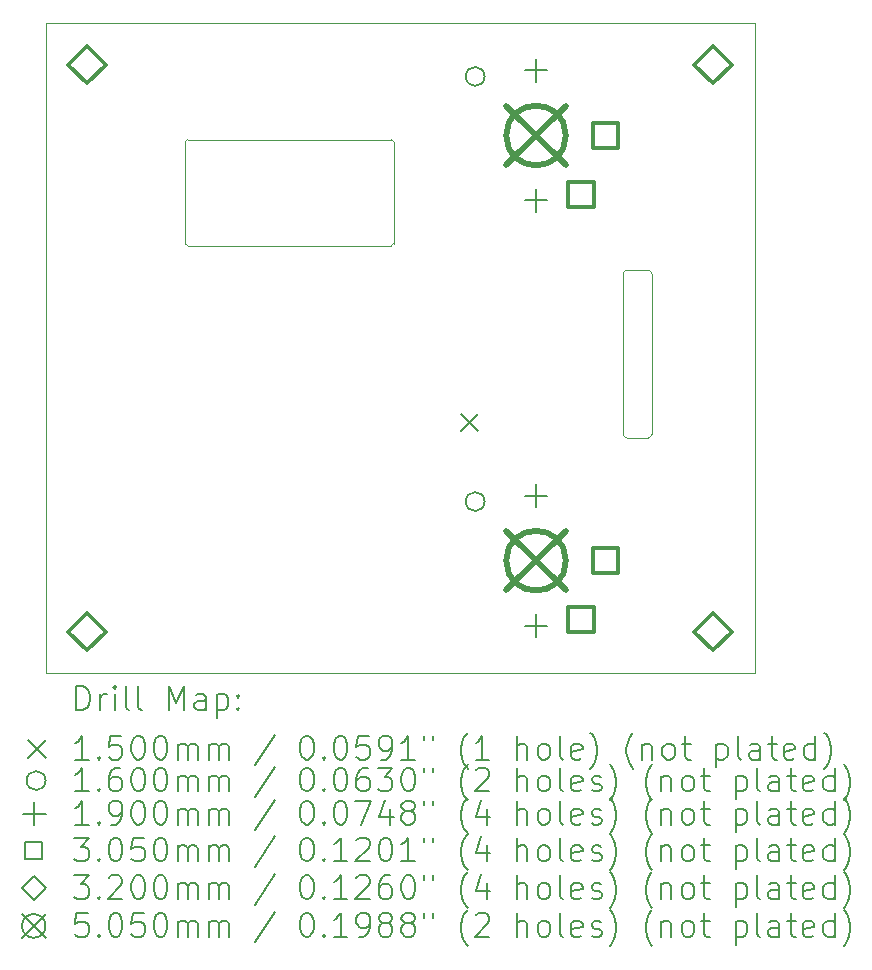
<source format=gbr>
%TF.GenerationSoftware,KiCad,Pcbnew,8.0.7*%
%TF.CreationDate,2025-01-13T13:49:24+01:00*%
%TF.ProjectId,Trackball,54726163-6b62-4616-9c6c-2e6b69636164,rev?*%
%TF.SameCoordinates,Original*%
%TF.FileFunction,Drillmap*%
%TF.FilePolarity,Positive*%
%FSLAX45Y45*%
G04 Gerber Fmt 4.5, Leading zero omitted, Abs format (unit mm)*
G04 Created by KiCad (PCBNEW 8.0.7) date 2025-01-13 13:49:24*
%MOMM*%
%LPD*%
G01*
G04 APERTURE LIST*
%ADD10C,0.050000*%
%ADD11C,0.200000*%
%ADD12C,0.150000*%
%ADD13C,0.160000*%
%ADD14C,0.190000*%
%ADD15C,0.305000*%
%ADD16C,0.320000*%
%ADD17C,0.505000*%
G04 APERTURE END LIST*
D10*
X10399500Y-3935000D02*
X12124500Y-3935000D01*
X12124500Y-3035000D02*
G75*
G02*
X12144500Y-3055000I0J-20000D01*
G01*
X9200000Y-2050000D02*
X15200000Y-2050000D01*
X15200000Y-7550000D01*
X9200000Y-7550000D01*
X9200000Y-2050000D01*
X10379500Y-3055000D02*
G75*
G02*
X10399500Y-3035000I20000J0D01*
G01*
X10399500Y-3935000D02*
G75*
G02*
X10379500Y-3915000I0J20000D01*
G01*
X12144500Y-3915000D02*
X12144500Y-3055000D01*
X10379500Y-3055000D02*
X10379500Y-3915000D01*
X12144500Y-3915000D02*
G75*
G02*
X12124500Y-3935000I-20000J0D01*
G01*
X12124500Y-3035000D02*
X10399500Y-3035000D01*
X14090000Y-4170000D02*
X14090000Y-5530000D01*
X14120000Y-5560000D02*
X14300000Y-5560000D01*
X14300000Y-4140000D02*
X14120000Y-4140000D01*
X14330000Y-5530000D02*
X14330000Y-4170000D01*
X14090000Y-4170000D02*
G75*
G02*
X14120000Y-4140000I30000J0D01*
G01*
X14120000Y-5560000D02*
G75*
G02*
X14090000Y-5530000I0J30000D01*
G01*
X14300000Y-4140000D02*
G75*
G02*
X14330000Y-4170000I0J-30000D01*
G01*
X14330000Y-5530000D02*
G75*
G02*
X14300000Y-5560000I-30000J0D01*
G01*
D11*
D12*
X12712500Y-5355000D02*
X12862500Y-5505000D01*
X12862500Y-5355000D02*
X12712500Y-5505000D01*
D13*
X12915000Y-2500000D02*
G75*
G02*
X12755000Y-2500000I-80000J0D01*
G01*
X12755000Y-2500000D02*
G75*
G02*
X12915000Y-2500000I80000J0D01*
G01*
X12915000Y-6100000D02*
G75*
G02*
X12755000Y-6100000I-80000J0D01*
G01*
X12755000Y-6100000D02*
G75*
G02*
X12915000Y-6100000I80000J0D01*
G01*
D14*
X13350000Y-2355000D02*
X13350000Y-2545000D01*
X13255000Y-2450000D02*
X13445000Y-2450000D01*
X13350000Y-3455000D02*
X13350000Y-3645000D01*
X13255000Y-3550000D02*
X13445000Y-3550000D01*
X13350000Y-5955000D02*
X13350000Y-6145000D01*
X13255000Y-6050000D02*
X13445000Y-6050000D01*
X13350000Y-7055000D02*
X13350000Y-7245000D01*
X13255000Y-7150000D02*
X13445000Y-7150000D01*
D15*
X13837835Y-3607835D02*
X13837835Y-3392165D01*
X13622165Y-3392165D01*
X13622165Y-3607835D01*
X13837835Y-3607835D01*
X13837835Y-7207835D02*
X13837835Y-6992165D01*
X13622165Y-6992165D01*
X13622165Y-7207835D01*
X13837835Y-7207835D01*
X14047835Y-3107835D02*
X14047835Y-2892165D01*
X13832165Y-2892165D01*
X13832165Y-3107835D01*
X14047835Y-3107835D01*
X14047835Y-6707835D02*
X14047835Y-6492165D01*
X13832165Y-6492165D01*
X13832165Y-6707835D01*
X14047835Y-6707835D01*
D16*
X9550000Y-2560000D02*
X9710000Y-2400000D01*
X9550000Y-2240000D01*
X9390000Y-2400000D01*
X9550000Y-2560000D01*
X9550000Y-7360000D02*
X9710000Y-7200000D01*
X9550000Y-7040000D01*
X9390000Y-7200000D01*
X9550000Y-7360000D01*
X14850000Y-2560000D02*
X15010000Y-2400000D01*
X14850000Y-2240000D01*
X14690000Y-2400000D01*
X14850000Y-2560000D01*
X14850000Y-7360000D02*
X15010000Y-7200000D01*
X14850000Y-7040000D01*
X14690000Y-7200000D01*
X14850000Y-7360000D01*
D17*
X13097500Y-2747500D02*
X13602500Y-3252500D01*
X13602500Y-2747500D02*
X13097500Y-3252500D01*
X13602500Y-3000000D02*
G75*
G02*
X13097500Y-3000000I-252500J0D01*
G01*
X13097500Y-3000000D02*
G75*
G02*
X13602500Y-3000000I252500J0D01*
G01*
X13097500Y-6347500D02*
X13602500Y-6852500D01*
X13602500Y-6347500D02*
X13097500Y-6852500D01*
X13602500Y-6600000D02*
G75*
G02*
X13097500Y-6600000I-252500J0D01*
G01*
X13097500Y-6600000D02*
G75*
G02*
X13602500Y-6600000I252500J0D01*
G01*
D11*
X9458277Y-7863984D02*
X9458277Y-7663984D01*
X9458277Y-7663984D02*
X9505896Y-7663984D01*
X9505896Y-7663984D02*
X9534467Y-7673508D01*
X9534467Y-7673508D02*
X9553515Y-7692555D01*
X9553515Y-7692555D02*
X9563039Y-7711603D01*
X9563039Y-7711603D02*
X9572563Y-7749698D01*
X9572563Y-7749698D02*
X9572563Y-7778269D01*
X9572563Y-7778269D02*
X9563039Y-7816365D01*
X9563039Y-7816365D02*
X9553515Y-7835412D01*
X9553515Y-7835412D02*
X9534467Y-7854460D01*
X9534467Y-7854460D02*
X9505896Y-7863984D01*
X9505896Y-7863984D02*
X9458277Y-7863984D01*
X9658277Y-7863984D02*
X9658277Y-7730650D01*
X9658277Y-7768746D02*
X9667801Y-7749698D01*
X9667801Y-7749698D02*
X9677324Y-7740174D01*
X9677324Y-7740174D02*
X9696372Y-7730650D01*
X9696372Y-7730650D02*
X9715420Y-7730650D01*
X9782086Y-7863984D02*
X9782086Y-7730650D01*
X9782086Y-7663984D02*
X9772563Y-7673508D01*
X9772563Y-7673508D02*
X9782086Y-7683031D01*
X9782086Y-7683031D02*
X9791610Y-7673508D01*
X9791610Y-7673508D02*
X9782086Y-7663984D01*
X9782086Y-7663984D02*
X9782086Y-7683031D01*
X9905896Y-7863984D02*
X9886848Y-7854460D01*
X9886848Y-7854460D02*
X9877324Y-7835412D01*
X9877324Y-7835412D02*
X9877324Y-7663984D01*
X10010658Y-7863984D02*
X9991610Y-7854460D01*
X9991610Y-7854460D02*
X9982086Y-7835412D01*
X9982086Y-7835412D02*
X9982086Y-7663984D01*
X10239229Y-7863984D02*
X10239229Y-7663984D01*
X10239229Y-7663984D02*
X10305896Y-7806841D01*
X10305896Y-7806841D02*
X10372563Y-7663984D01*
X10372563Y-7663984D02*
X10372563Y-7863984D01*
X10553515Y-7863984D02*
X10553515Y-7759222D01*
X10553515Y-7759222D02*
X10543991Y-7740174D01*
X10543991Y-7740174D02*
X10524944Y-7730650D01*
X10524944Y-7730650D02*
X10486848Y-7730650D01*
X10486848Y-7730650D02*
X10467801Y-7740174D01*
X10553515Y-7854460D02*
X10534467Y-7863984D01*
X10534467Y-7863984D02*
X10486848Y-7863984D01*
X10486848Y-7863984D02*
X10467801Y-7854460D01*
X10467801Y-7854460D02*
X10458277Y-7835412D01*
X10458277Y-7835412D02*
X10458277Y-7816365D01*
X10458277Y-7816365D02*
X10467801Y-7797317D01*
X10467801Y-7797317D02*
X10486848Y-7787793D01*
X10486848Y-7787793D02*
X10534467Y-7787793D01*
X10534467Y-7787793D02*
X10553515Y-7778269D01*
X10648753Y-7730650D02*
X10648753Y-7930650D01*
X10648753Y-7740174D02*
X10667801Y-7730650D01*
X10667801Y-7730650D02*
X10705896Y-7730650D01*
X10705896Y-7730650D02*
X10724944Y-7740174D01*
X10724944Y-7740174D02*
X10734467Y-7749698D01*
X10734467Y-7749698D02*
X10743991Y-7768746D01*
X10743991Y-7768746D02*
X10743991Y-7825888D01*
X10743991Y-7825888D02*
X10734467Y-7844936D01*
X10734467Y-7844936D02*
X10724944Y-7854460D01*
X10724944Y-7854460D02*
X10705896Y-7863984D01*
X10705896Y-7863984D02*
X10667801Y-7863984D01*
X10667801Y-7863984D02*
X10648753Y-7854460D01*
X10829705Y-7844936D02*
X10839229Y-7854460D01*
X10839229Y-7854460D02*
X10829705Y-7863984D01*
X10829705Y-7863984D02*
X10820182Y-7854460D01*
X10820182Y-7854460D02*
X10829705Y-7844936D01*
X10829705Y-7844936D02*
X10829705Y-7863984D01*
X10829705Y-7740174D02*
X10839229Y-7749698D01*
X10839229Y-7749698D02*
X10829705Y-7759222D01*
X10829705Y-7759222D02*
X10820182Y-7749698D01*
X10820182Y-7749698D02*
X10829705Y-7740174D01*
X10829705Y-7740174D02*
X10829705Y-7759222D01*
D12*
X9047500Y-8117500D02*
X9197500Y-8267500D01*
X9197500Y-8117500D02*
X9047500Y-8267500D01*
D11*
X9563039Y-8283984D02*
X9448753Y-8283984D01*
X9505896Y-8283984D02*
X9505896Y-8083984D01*
X9505896Y-8083984D02*
X9486848Y-8112555D01*
X9486848Y-8112555D02*
X9467801Y-8131603D01*
X9467801Y-8131603D02*
X9448753Y-8141127D01*
X9648753Y-8264936D02*
X9658277Y-8274460D01*
X9658277Y-8274460D02*
X9648753Y-8283984D01*
X9648753Y-8283984D02*
X9639229Y-8274460D01*
X9639229Y-8274460D02*
X9648753Y-8264936D01*
X9648753Y-8264936D02*
X9648753Y-8283984D01*
X9839229Y-8083984D02*
X9743991Y-8083984D01*
X9743991Y-8083984D02*
X9734467Y-8179222D01*
X9734467Y-8179222D02*
X9743991Y-8169698D01*
X9743991Y-8169698D02*
X9763039Y-8160174D01*
X9763039Y-8160174D02*
X9810658Y-8160174D01*
X9810658Y-8160174D02*
X9829705Y-8169698D01*
X9829705Y-8169698D02*
X9839229Y-8179222D01*
X9839229Y-8179222D02*
X9848753Y-8198269D01*
X9848753Y-8198269D02*
X9848753Y-8245888D01*
X9848753Y-8245888D02*
X9839229Y-8264936D01*
X9839229Y-8264936D02*
X9829705Y-8274460D01*
X9829705Y-8274460D02*
X9810658Y-8283984D01*
X9810658Y-8283984D02*
X9763039Y-8283984D01*
X9763039Y-8283984D02*
X9743991Y-8274460D01*
X9743991Y-8274460D02*
X9734467Y-8264936D01*
X9972563Y-8083984D02*
X9991610Y-8083984D01*
X9991610Y-8083984D02*
X10010658Y-8093508D01*
X10010658Y-8093508D02*
X10020182Y-8103031D01*
X10020182Y-8103031D02*
X10029705Y-8122079D01*
X10029705Y-8122079D02*
X10039229Y-8160174D01*
X10039229Y-8160174D02*
X10039229Y-8207793D01*
X10039229Y-8207793D02*
X10029705Y-8245888D01*
X10029705Y-8245888D02*
X10020182Y-8264936D01*
X10020182Y-8264936D02*
X10010658Y-8274460D01*
X10010658Y-8274460D02*
X9991610Y-8283984D01*
X9991610Y-8283984D02*
X9972563Y-8283984D01*
X9972563Y-8283984D02*
X9953515Y-8274460D01*
X9953515Y-8274460D02*
X9943991Y-8264936D01*
X9943991Y-8264936D02*
X9934467Y-8245888D01*
X9934467Y-8245888D02*
X9924944Y-8207793D01*
X9924944Y-8207793D02*
X9924944Y-8160174D01*
X9924944Y-8160174D02*
X9934467Y-8122079D01*
X9934467Y-8122079D02*
X9943991Y-8103031D01*
X9943991Y-8103031D02*
X9953515Y-8093508D01*
X9953515Y-8093508D02*
X9972563Y-8083984D01*
X10163039Y-8083984D02*
X10182086Y-8083984D01*
X10182086Y-8083984D02*
X10201134Y-8093508D01*
X10201134Y-8093508D02*
X10210658Y-8103031D01*
X10210658Y-8103031D02*
X10220182Y-8122079D01*
X10220182Y-8122079D02*
X10229705Y-8160174D01*
X10229705Y-8160174D02*
X10229705Y-8207793D01*
X10229705Y-8207793D02*
X10220182Y-8245888D01*
X10220182Y-8245888D02*
X10210658Y-8264936D01*
X10210658Y-8264936D02*
X10201134Y-8274460D01*
X10201134Y-8274460D02*
X10182086Y-8283984D01*
X10182086Y-8283984D02*
X10163039Y-8283984D01*
X10163039Y-8283984D02*
X10143991Y-8274460D01*
X10143991Y-8274460D02*
X10134467Y-8264936D01*
X10134467Y-8264936D02*
X10124944Y-8245888D01*
X10124944Y-8245888D02*
X10115420Y-8207793D01*
X10115420Y-8207793D02*
X10115420Y-8160174D01*
X10115420Y-8160174D02*
X10124944Y-8122079D01*
X10124944Y-8122079D02*
X10134467Y-8103031D01*
X10134467Y-8103031D02*
X10143991Y-8093508D01*
X10143991Y-8093508D02*
X10163039Y-8083984D01*
X10315420Y-8283984D02*
X10315420Y-8150650D01*
X10315420Y-8169698D02*
X10324944Y-8160174D01*
X10324944Y-8160174D02*
X10343991Y-8150650D01*
X10343991Y-8150650D02*
X10372563Y-8150650D01*
X10372563Y-8150650D02*
X10391610Y-8160174D01*
X10391610Y-8160174D02*
X10401134Y-8179222D01*
X10401134Y-8179222D02*
X10401134Y-8283984D01*
X10401134Y-8179222D02*
X10410658Y-8160174D01*
X10410658Y-8160174D02*
X10429705Y-8150650D01*
X10429705Y-8150650D02*
X10458277Y-8150650D01*
X10458277Y-8150650D02*
X10477325Y-8160174D01*
X10477325Y-8160174D02*
X10486848Y-8179222D01*
X10486848Y-8179222D02*
X10486848Y-8283984D01*
X10582086Y-8283984D02*
X10582086Y-8150650D01*
X10582086Y-8169698D02*
X10591610Y-8160174D01*
X10591610Y-8160174D02*
X10610658Y-8150650D01*
X10610658Y-8150650D02*
X10639229Y-8150650D01*
X10639229Y-8150650D02*
X10658277Y-8160174D01*
X10658277Y-8160174D02*
X10667801Y-8179222D01*
X10667801Y-8179222D02*
X10667801Y-8283984D01*
X10667801Y-8179222D02*
X10677325Y-8160174D01*
X10677325Y-8160174D02*
X10696372Y-8150650D01*
X10696372Y-8150650D02*
X10724944Y-8150650D01*
X10724944Y-8150650D02*
X10743991Y-8160174D01*
X10743991Y-8160174D02*
X10753515Y-8179222D01*
X10753515Y-8179222D02*
X10753515Y-8283984D01*
X11143991Y-8074460D02*
X10972563Y-8331603D01*
X11401134Y-8083984D02*
X11420182Y-8083984D01*
X11420182Y-8083984D02*
X11439229Y-8093508D01*
X11439229Y-8093508D02*
X11448753Y-8103031D01*
X11448753Y-8103031D02*
X11458277Y-8122079D01*
X11458277Y-8122079D02*
X11467801Y-8160174D01*
X11467801Y-8160174D02*
X11467801Y-8207793D01*
X11467801Y-8207793D02*
X11458277Y-8245888D01*
X11458277Y-8245888D02*
X11448753Y-8264936D01*
X11448753Y-8264936D02*
X11439229Y-8274460D01*
X11439229Y-8274460D02*
X11420182Y-8283984D01*
X11420182Y-8283984D02*
X11401134Y-8283984D01*
X11401134Y-8283984D02*
X11382086Y-8274460D01*
X11382086Y-8274460D02*
X11372563Y-8264936D01*
X11372563Y-8264936D02*
X11363039Y-8245888D01*
X11363039Y-8245888D02*
X11353515Y-8207793D01*
X11353515Y-8207793D02*
X11353515Y-8160174D01*
X11353515Y-8160174D02*
X11363039Y-8122079D01*
X11363039Y-8122079D02*
X11372563Y-8103031D01*
X11372563Y-8103031D02*
X11382086Y-8093508D01*
X11382086Y-8093508D02*
X11401134Y-8083984D01*
X11553515Y-8264936D02*
X11563039Y-8274460D01*
X11563039Y-8274460D02*
X11553515Y-8283984D01*
X11553515Y-8283984D02*
X11543991Y-8274460D01*
X11543991Y-8274460D02*
X11553515Y-8264936D01*
X11553515Y-8264936D02*
X11553515Y-8283984D01*
X11686848Y-8083984D02*
X11705896Y-8083984D01*
X11705896Y-8083984D02*
X11724944Y-8093508D01*
X11724944Y-8093508D02*
X11734467Y-8103031D01*
X11734467Y-8103031D02*
X11743991Y-8122079D01*
X11743991Y-8122079D02*
X11753515Y-8160174D01*
X11753515Y-8160174D02*
X11753515Y-8207793D01*
X11753515Y-8207793D02*
X11743991Y-8245888D01*
X11743991Y-8245888D02*
X11734467Y-8264936D01*
X11734467Y-8264936D02*
X11724944Y-8274460D01*
X11724944Y-8274460D02*
X11705896Y-8283984D01*
X11705896Y-8283984D02*
X11686848Y-8283984D01*
X11686848Y-8283984D02*
X11667801Y-8274460D01*
X11667801Y-8274460D02*
X11658277Y-8264936D01*
X11658277Y-8264936D02*
X11648753Y-8245888D01*
X11648753Y-8245888D02*
X11639229Y-8207793D01*
X11639229Y-8207793D02*
X11639229Y-8160174D01*
X11639229Y-8160174D02*
X11648753Y-8122079D01*
X11648753Y-8122079D02*
X11658277Y-8103031D01*
X11658277Y-8103031D02*
X11667801Y-8093508D01*
X11667801Y-8093508D02*
X11686848Y-8083984D01*
X11934467Y-8083984D02*
X11839229Y-8083984D01*
X11839229Y-8083984D02*
X11829706Y-8179222D01*
X11829706Y-8179222D02*
X11839229Y-8169698D01*
X11839229Y-8169698D02*
X11858277Y-8160174D01*
X11858277Y-8160174D02*
X11905896Y-8160174D01*
X11905896Y-8160174D02*
X11924944Y-8169698D01*
X11924944Y-8169698D02*
X11934467Y-8179222D01*
X11934467Y-8179222D02*
X11943991Y-8198269D01*
X11943991Y-8198269D02*
X11943991Y-8245888D01*
X11943991Y-8245888D02*
X11934467Y-8264936D01*
X11934467Y-8264936D02*
X11924944Y-8274460D01*
X11924944Y-8274460D02*
X11905896Y-8283984D01*
X11905896Y-8283984D02*
X11858277Y-8283984D01*
X11858277Y-8283984D02*
X11839229Y-8274460D01*
X11839229Y-8274460D02*
X11829706Y-8264936D01*
X12039229Y-8283984D02*
X12077325Y-8283984D01*
X12077325Y-8283984D02*
X12096372Y-8274460D01*
X12096372Y-8274460D02*
X12105896Y-8264936D01*
X12105896Y-8264936D02*
X12124944Y-8236365D01*
X12124944Y-8236365D02*
X12134467Y-8198269D01*
X12134467Y-8198269D02*
X12134467Y-8122079D01*
X12134467Y-8122079D02*
X12124944Y-8103031D01*
X12124944Y-8103031D02*
X12115420Y-8093508D01*
X12115420Y-8093508D02*
X12096372Y-8083984D01*
X12096372Y-8083984D02*
X12058277Y-8083984D01*
X12058277Y-8083984D02*
X12039229Y-8093508D01*
X12039229Y-8093508D02*
X12029706Y-8103031D01*
X12029706Y-8103031D02*
X12020182Y-8122079D01*
X12020182Y-8122079D02*
X12020182Y-8169698D01*
X12020182Y-8169698D02*
X12029706Y-8188746D01*
X12029706Y-8188746D02*
X12039229Y-8198269D01*
X12039229Y-8198269D02*
X12058277Y-8207793D01*
X12058277Y-8207793D02*
X12096372Y-8207793D01*
X12096372Y-8207793D02*
X12115420Y-8198269D01*
X12115420Y-8198269D02*
X12124944Y-8188746D01*
X12124944Y-8188746D02*
X12134467Y-8169698D01*
X12324944Y-8283984D02*
X12210658Y-8283984D01*
X12267801Y-8283984D02*
X12267801Y-8083984D01*
X12267801Y-8083984D02*
X12248753Y-8112555D01*
X12248753Y-8112555D02*
X12229706Y-8131603D01*
X12229706Y-8131603D02*
X12210658Y-8141127D01*
X12401134Y-8083984D02*
X12401134Y-8122079D01*
X12477325Y-8083984D02*
X12477325Y-8122079D01*
X12772563Y-8360174D02*
X12763039Y-8350650D01*
X12763039Y-8350650D02*
X12743991Y-8322079D01*
X12743991Y-8322079D02*
X12734468Y-8303031D01*
X12734468Y-8303031D02*
X12724944Y-8274460D01*
X12724944Y-8274460D02*
X12715420Y-8226841D01*
X12715420Y-8226841D02*
X12715420Y-8188746D01*
X12715420Y-8188746D02*
X12724944Y-8141127D01*
X12724944Y-8141127D02*
X12734468Y-8112555D01*
X12734468Y-8112555D02*
X12743991Y-8093508D01*
X12743991Y-8093508D02*
X12763039Y-8064936D01*
X12763039Y-8064936D02*
X12772563Y-8055412D01*
X12953515Y-8283984D02*
X12839229Y-8283984D01*
X12896372Y-8283984D02*
X12896372Y-8083984D01*
X12896372Y-8083984D02*
X12877325Y-8112555D01*
X12877325Y-8112555D02*
X12858277Y-8131603D01*
X12858277Y-8131603D02*
X12839229Y-8141127D01*
X13191610Y-8283984D02*
X13191610Y-8083984D01*
X13277325Y-8283984D02*
X13277325Y-8179222D01*
X13277325Y-8179222D02*
X13267801Y-8160174D01*
X13267801Y-8160174D02*
X13248753Y-8150650D01*
X13248753Y-8150650D02*
X13220182Y-8150650D01*
X13220182Y-8150650D02*
X13201134Y-8160174D01*
X13201134Y-8160174D02*
X13191610Y-8169698D01*
X13401134Y-8283984D02*
X13382087Y-8274460D01*
X13382087Y-8274460D02*
X13372563Y-8264936D01*
X13372563Y-8264936D02*
X13363039Y-8245888D01*
X13363039Y-8245888D02*
X13363039Y-8188746D01*
X13363039Y-8188746D02*
X13372563Y-8169698D01*
X13372563Y-8169698D02*
X13382087Y-8160174D01*
X13382087Y-8160174D02*
X13401134Y-8150650D01*
X13401134Y-8150650D02*
X13429706Y-8150650D01*
X13429706Y-8150650D02*
X13448753Y-8160174D01*
X13448753Y-8160174D02*
X13458277Y-8169698D01*
X13458277Y-8169698D02*
X13467801Y-8188746D01*
X13467801Y-8188746D02*
X13467801Y-8245888D01*
X13467801Y-8245888D02*
X13458277Y-8264936D01*
X13458277Y-8264936D02*
X13448753Y-8274460D01*
X13448753Y-8274460D02*
X13429706Y-8283984D01*
X13429706Y-8283984D02*
X13401134Y-8283984D01*
X13582087Y-8283984D02*
X13563039Y-8274460D01*
X13563039Y-8274460D02*
X13553515Y-8255412D01*
X13553515Y-8255412D02*
X13553515Y-8083984D01*
X13734468Y-8274460D02*
X13715420Y-8283984D01*
X13715420Y-8283984D02*
X13677325Y-8283984D01*
X13677325Y-8283984D02*
X13658277Y-8274460D01*
X13658277Y-8274460D02*
X13648753Y-8255412D01*
X13648753Y-8255412D02*
X13648753Y-8179222D01*
X13648753Y-8179222D02*
X13658277Y-8160174D01*
X13658277Y-8160174D02*
X13677325Y-8150650D01*
X13677325Y-8150650D02*
X13715420Y-8150650D01*
X13715420Y-8150650D02*
X13734468Y-8160174D01*
X13734468Y-8160174D02*
X13743991Y-8179222D01*
X13743991Y-8179222D02*
X13743991Y-8198269D01*
X13743991Y-8198269D02*
X13648753Y-8217317D01*
X13810658Y-8360174D02*
X13820182Y-8350650D01*
X13820182Y-8350650D02*
X13839230Y-8322079D01*
X13839230Y-8322079D02*
X13848753Y-8303031D01*
X13848753Y-8303031D02*
X13858277Y-8274460D01*
X13858277Y-8274460D02*
X13867801Y-8226841D01*
X13867801Y-8226841D02*
X13867801Y-8188746D01*
X13867801Y-8188746D02*
X13858277Y-8141127D01*
X13858277Y-8141127D02*
X13848753Y-8112555D01*
X13848753Y-8112555D02*
X13839230Y-8093508D01*
X13839230Y-8093508D02*
X13820182Y-8064936D01*
X13820182Y-8064936D02*
X13810658Y-8055412D01*
X14172563Y-8360174D02*
X14163039Y-8350650D01*
X14163039Y-8350650D02*
X14143991Y-8322079D01*
X14143991Y-8322079D02*
X14134468Y-8303031D01*
X14134468Y-8303031D02*
X14124944Y-8274460D01*
X14124944Y-8274460D02*
X14115420Y-8226841D01*
X14115420Y-8226841D02*
X14115420Y-8188746D01*
X14115420Y-8188746D02*
X14124944Y-8141127D01*
X14124944Y-8141127D02*
X14134468Y-8112555D01*
X14134468Y-8112555D02*
X14143991Y-8093508D01*
X14143991Y-8093508D02*
X14163039Y-8064936D01*
X14163039Y-8064936D02*
X14172563Y-8055412D01*
X14248753Y-8150650D02*
X14248753Y-8283984D01*
X14248753Y-8169698D02*
X14258277Y-8160174D01*
X14258277Y-8160174D02*
X14277325Y-8150650D01*
X14277325Y-8150650D02*
X14305896Y-8150650D01*
X14305896Y-8150650D02*
X14324944Y-8160174D01*
X14324944Y-8160174D02*
X14334468Y-8179222D01*
X14334468Y-8179222D02*
X14334468Y-8283984D01*
X14458277Y-8283984D02*
X14439230Y-8274460D01*
X14439230Y-8274460D02*
X14429706Y-8264936D01*
X14429706Y-8264936D02*
X14420182Y-8245888D01*
X14420182Y-8245888D02*
X14420182Y-8188746D01*
X14420182Y-8188746D02*
X14429706Y-8169698D01*
X14429706Y-8169698D02*
X14439230Y-8160174D01*
X14439230Y-8160174D02*
X14458277Y-8150650D01*
X14458277Y-8150650D02*
X14486849Y-8150650D01*
X14486849Y-8150650D02*
X14505896Y-8160174D01*
X14505896Y-8160174D02*
X14515420Y-8169698D01*
X14515420Y-8169698D02*
X14524944Y-8188746D01*
X14524944Y-8188746D02*
X14524944Y-8245888D01*
X14524944Y-8245888D02*
X14515420Y-8264936D01*
X14515420Y-8264936D02*
X14505896Y-8274460D01*
X14505896Y-8274460D02*
X14486849Y-8283984D01*
X14486849Y-8283984D02*
X14458277Y-8283984D01*
X14582087Y-8150650D02*
X14658277Y-8150650D01*
X14610658Y-8083984D02*
X14610658Y-8255412D01*
X14610658Y-8255412D02*
X14620182Y-8274460D01*
X14620182Y-8274460D02*
X14639230Y-8283984D01*
X14639230Y-8283984D02*
X14658277Y-8283984D01*
X14877325Y-8150650D02*
X14877325Y-8350650D01*
X14877325Y-8160174D02*
X14896372Y-8150650D01*
X14896372Y-8150650D02*
X14934468Y-8150650D01*
X14934468Y-8150650D02*
X14953515Y-8160174D01*
X14953515Y-8160174D02*
X14963039Y-8169698D01*
X14963039Y-8169698D02*
X14972563Y-8188746D01*
X14972563Y-8188746D02*
X14972563Y-8245888D01*
X14972563Y-8245888D02*
X14963039Y-8264936D01*
X14963039Y-8264936D02*
X14953515Y-8274460D01*
X14953515Y-8274460D02*
X14934468Y-8283984D01*
X14934468Y-8283984D02*
X14896372Y-8283984D01*
X14896372Y-8283984D02*
X14877325Y-8274460D01*
X15086849Y-8283984D02*
X15067801Y-8274460D01*
X15067801Y-8274460D02*
X15058277Y-8255412D01*
X15058277Y-8255412D02*
X15058277Y-8083984D01*
X15248753Y-8283984D02*
X15248753Y-8179222D01*
X15248753Y-8179222D02*
X15239230Y-8160174D01*
X15239230Y-8160174D02*
X15220182Y-8150650D01*
X15220182Y-8150650D02*
X15182087Y-8150650D01*
X15182087Y-8150650D02*
X15163039Y-8160174D01*
X15248753Y-8274460D02*
X15229706Y-8283984D01*
X15229706Y-8283984D02*
X15182087Y-8283984D01*
X15182087Y-8283984D02*
X15163039Y-8274460D01*
X15163039Y-8274460D02*
X15153515Y-8255412D01*
X15153515Y-8255412D02*
X15153515Y-8236365D01*
X15153515Y-8236365D02*
X15163039Y-8217317D01*
X15163039Y-8217317D02*
X15182087Y-8207793D01*
X15182087Y-8207793D02*
X15229706Y-8207793D01*
X15229706Y-8207793D02*
X15248753Y-8198269D01*
X15315420Y-8150650D02*
X15391611Y-8150650D01*
X15343992Y-8083984D02*
X15343992Y-8255412D01*
X15343992Y-8255412D02*
X15353515Y-8274460D01*
X15353515Y-8274460D02*
X15372563Y-8283984D01*
X15372563Y-8283984D02*
X15391611Y-8283984D01*
X15534468Y-8274460D02*
X15515420Y-8283984D01*
X15515420Y-8283984D02*
X15477325Y-8283984D01*
X15477325Y-8283984D02*
X15458277Y-8274460D01*
X15458277Y-8274460D02*
X15448753Y-8255412D01*
X15448753Y-8255412D02*
X15448753Y-8179222D01*
X15448753Y-8179222D02*
X15458277Y-8160174D01*
X15458277Y-8160174D02*
X15477325Y-8150650D01*
X15477325Y-8150650D02*
X15515420Y-8150650D01*
X15515420Y-8150650D02*
X15534468Y-8160174D01*
X15534468Y-8160174D02*
X15543992Y-8179222D01*
X15543992Y-8179222D02*
X15543992Y-8198269D01*
X15543992Y-8198269D02*
X15448753Y-8217317D01*
X15715420Y-8283984D02*
X15715420Y-8083984D01*
X15715420Y-8274460D02*
X15696373Y-8283984D01*
X15696373Y-8283984D02*
X15658277Y-8283984D01*
X15658277Y-8283984D02*
X15639230Y-8274460D01*
X15639230Y-8274460D02*
X15629706Y-8264936D01*
X15629706Y-8264936D02*
X15620182Y-8245888D01*
X15620182Y-8245888D02*
X15620182Y-8188746D01*
X15620182Y-8188746D02*
X15629706Y-8169698D01*
X15629706Y-8169698D02*
X15639230Y-8160174D01*
X15639230Y-8160174D02*
X15658277Y-8150650D01*
X15658277Y-8150650D02*
X15696373Y-8150650D01*
X15696373Y-8150650D02*
X15715420Y-8160174D01*
X15791611Y-8360174D02*
X15801134Y-8350650D01*
X15801134Y-8350650D02*
X15820182Y-8322079D01*
X15820182Y-8322079D02*
X15829706Y-8303031D01*
X15829706Y-8303031D02*
X15839230Y-8274460D01*
X15839230Y-8274460D02*
X15848753Y-8226841D01*
X15848753Y-8226841D02*
X15848753Y-8188746D01*
X15848753Y-8188746D02*
X15839230Y-8141127D01*
X15839230Y-8141127D02*
X15829706Y-8112555D01*
X15829706Y-8112555D02*
X15820182Y-8093508D01*
X15820182Y-8093508D02*
X15801134Y-8064936D01*
X15801134Y-8064936D02*
X15791611Y-8055412D01*
D13*
X9197500Y-8462500D02*
G75*
G02*
X9037500Y-8462500I-80000J0D01*
G01*
X9037500Y-8462500D02*
G75*
G02*
X9197500Y-8462500I80000J0D01*
G01*
D11*
X9563039Y-8553984D02*
X9448753Y-8553984D01*
X9505896Y-8553984D02*
X9505896Y-8353984D01*
X9505896Y-8353984D02*
X9486848Y-8382555D01*
X9486848Y-8382555D02*
X9467801Y-8401603D01*
X9467801Y-8401603D02*
X9448753Y-8411127D01*
X9648753Y-8534936D02*
X9658277Y-8544460D01*
X9658277Y-8544460D02*
X9648753Y-8553984D01*
X9648753Y-8553984D02*
X9639229Y-8544460D01*
X9639229Y-8544460D02*
X9648753Y-8534936D01*
X9648753Y-8534936D02*
X9648753Y-8553984D01*
X9829705Y-8353984D02*
X9791610Y-8353984D01*
X9791610Y-8353984D02*
X9772563Y-8363508D01*
X9772563Y-8363508D02*
X9763039Y-8373031D01*
X9763039Y-8373031D02*
X9743991Y-8401603D01*
X9743991Y-8401603D02*
X9734467Y-8439698D01*
X9734467Y-8439698D02*
X9734467Y-8515889D01*
X9734467Y-8515889D02*
X9743991Y-8534936D01*
X9743991Y-8534936D02*
X9753515Y-8544460D01*
X9753515Y-8544460D02*
X9772563Y-8553984D01*
X9772563Y-8553984D02*
X9810658Y-8553984D01*
X9810658Y-8553984D02*
X9829705Y-8544460D01*
X9829705Y-8544460D02*
X9839229Y-8534936D01*
X9839229Y-8534936D02*
X9848753Y-8515889D01*
X9848753Y-8515889D02*
X9848753Y-8468270D01*
X9848753Y-8468270D02*
X9839229Y-8449222D01*
X9839229Y-8449222D02*
X9829705Y-8439698D01*
X9829705Y-8439698D02*
X9810658Y-8430174D01*
X9810658Y-8430174D02*
X9772563Y-8430174D01*
X9772563Y-8430174D02*
X9753515Y-8439698D01*
X9753515Y-8439698D02*
X9743991Y-8449222D01*
X9743991Y-8449222D02*
X9734467Y-8468270D01*
X9972563Y-8353984D02*
X9991610Y-8353984D01*
X9991610Y-8353984D02*
X10010658Y-8363508D01*
X10010658Y-8363508D02*
X10020182Y-8373031D01*
X10020182Y-8373031D02*
X10029705Y-8392079D01*
X10029705Y-8392079D02*
X10039229Y-8430174D01*
X10039229Y-8430174D02*
X10039229Y-8477793D01*
X10039229Y-8477793D02*
X10029705Y-8515889D01*
X10029705Y-8515889D02*
X10020182Y-8534936D01*
X10020182Y-8534936D02*
X10010658Y-8544460D01*
X10010658Y-8544460D02*
X9991610Y-8553984D01*
X9991610Y-8553984D02*
X9972563Y-8553984D01*
X9972563Y-8553984D02*
X9953515Y-8544460D01*
X9953515Y-8544460D02*
X9943991Y-8534936D01*
X9943991Y-8534936D02*
X9934467Y-8515889D01*
X9934467Y-8515889D02*
X9924944Y-8477793D01*
X9924944Y-8477793D02*
X9924944Y-8430174D01*
X9924944Y-8430174D02*
X9934467Y-8392079D01*
X9934467Y-8392079D02*
X9943991Y-8373031D01*
X9943991Y-8373031D02*
X9953515Y-8363508D01*
X9953515Y-8363508D02*
X9972563Y-8353984D01*
X10163039Y-8353984D02*
X10182086Y-8353984D01*
X10182086Y-8353984D02*
X10201134Y-8363508D01*
X10201134Y-8363508D02*
X10210658Y-8373031D01*
X10210658Y-8373031D02*
X10220182Y-8392079D01*
X10220182Y-8392079D02*
X10229705Y-8430174D01*
X10229705Y-8430174D02*
X10229705Y-8477793D01*
X10229705Y-8477793D02*
X10220182Y-8515889D01*
X10220182Y-8515889D02*
X10210658Y-8534936D01*
X10210658Y-8534936D02*
X10201134Y-8544460D01*
X10201134Y-8544460D02*
X10182086Y-8553984D01*
X10182086Y-8553984D02*
X10163039Y-8553984D01*
X10163039Y-8553984D02*
X10143991Y-8544460D01*
X10143991Y-8544460D02*
X10134467Y-8534936D01*
X10134467Y-8534936D02*
X10124944Y-8515889D01*
X10124944Y-8515889D02*
X10115420Y-8477793D01*
X10115420Y-8477793D02*
X10115420Y-8430174D01*
X10115420Y-8430174D02*
X10124944Y-8392079D01*
X10124944Y-8392079D02*
X10134467Y-8373031D01*
X10134467Y-8373031D02*
X10143991Y-8363508D01*
X10143991Y-8363508D02*
X10163039Y-8353984D01*
X10315420Y-8553984D02*
X10315420Y-8420650D01*
X10315420Y-8439698D02*
X10324944Y-8430174D01*
X10324944Y-8430174D02*
X10343991Y-8420650D01*
X10343991Y-8420650D02*
X10372563Y-8420650D01*
X10372563Y-8420650D02*
X10391610Y-8430174D01*
X10391610Y-8430174D02*
X10401134Y-8449222D01*
X10401134Y-8449222D02*
X10401134Y-8553984D01*
X10401134Y-8449222D02*
X10410658Y-8430174D01*
X10410658Y-8430174D02*
X10429705Y-8420650D01*
X10429705Y-8420650D02*
X10458277Y-8420650D01*
X10458277Y-8420650D02*
X10477325Y-8430174D01*
X10477325Y-8430174D02*
X10486848Y-8449222D01*
X10486848Y-8449222D02*
X10486848Y-8553984D01*
X10582086Y-8553984D02*
X10582086Y-8420650D01*
X10582086Y-8439698D02*
X10591610Y-8430174D01*
X10591610Y-8430174D02*
X10610658Y-8420650D01*
X10610658Y-8420650D02*
X10639229Y-8420650D01*
X10639229Y-8420650D02*
X10658277Y-8430174D01*
X10658277Y-8430174D02*
X10667801Y-8449222D01*
X10667801Y-8449222D02*
X10667801Y-8553984D01*
X10667801Y-8449222D02*
X10677325Y-8430174D01*
X10677325Y-8430174D02*
X10696372Y-8420650D01*
X10696372Y-8420650D02*
X10724944Y-8420650D01*
X10724944Y-8420650D02*
X10743991Y-8430174D01*
X10743991Y-8430174D02*
X10753515Y-8449222D01*
X10753515Y-8449222D02*
X10753515Y-8553984D01*
X11143991Y-8344460D02*
X10972563Y-8601603D01*
X11401134Y-8353984D02*
X11420182Y-8353984D01*
X11420182Y-8353984D02*
X11439229Y-8363508D01*
X11439229Y-8363508D02*
X11448753Y-8373031D01*
X11448753Y-8373031D02*
X11458277Y-8392079D01*
X11458277Y-8392079D02*
X11467801Y-8430174D01*
X11467801Y-8430174D02*
X11467801Y-8477793D01*
X11467801Y-8477793D02*
X11458277Y-8515889D01*
X11458277Y-8515889D02*
X11448753Y-8534936D01*
X11448753Y-8534936D02*
X11439229Y-8544460D01*
X11439229Y-8544460D02*
X11420182Y-8553984D01*
X11420182Y-8553984D02*
X11401134Y-8553984D01*
X11401134Y-8553984D02*
X11382086Y-8544460D01*
X11382086Y-8544460D02*
X11372563Y-8534936D01*
X11372563Y-8534936D02*
X11363039Y-8515889D01*
X11363039Y-8515889D02*
X11353515Y-8477793D01*
X11353515Y-8477793D02*
X11353515Y-8430174D01*
X11353515Y-8430174D02*
X11363039Y-8392079D01*
X11363039Y-8392079D02*
X11372563Y-8373031D01*
X11372563Y-8373031D02*
X11382086Y-8363508D01*
X11382086Y-8363508D02*
X11401134Y-8353984D01*
X11553515Y-8534936D02*
X11563039Y-8544460D01*
X11563039Y-8544460D02*
X11553515Y-8553984D01*
X11553515Y-8553984D02*
X11543991Y-8544460D01*
X11543991Y-8544460D02*
X11553515Y-8534936D01*
X11553515Y-8534936D02*
X11553515Y-8553984D01*
X11686848Y-8353984D02*
X11705896Y-8353984D01*
X11705896Y-8353984D02*
X11724944Y-8363508D01*
X11724944Y-8363508D02*
X11734467Y-8373031D01*
X11734467Y-8373031D02*
X11743991Y-8392079D01*
X11743991Y-8392079D02*
X11753515Y-8430174D01*
X11753515Y-8430174D02*
X11753515Y-8477793D01*
X11753515Y-8477793D02*
X11743991Y-8515889D01*
X11743991Y-8515889D02*
X11734467Y-8534936D01*
X11734467Y-8534936D02*
X11724944Y-8544460D01*
X11724944Y-8544460D02*
X11705896Y-8553984D01*
X11705896Y-8553984D02*
X11686848Y-8553984D01*
X11686848Y-8553984D02*
X11667801Y-8544460D01*
X11667801Y-8544460D02*
X11658277Y-8534936D01*
X11658277Y-8534936D02*
X11648753Y-8515889D01*
X11648753Y-8515889D02*
X11639229Y-8477793D01*
X11639229Y-8477793D02*
X11639229Y-8430174D01*
X11639229Y-8430174D02*
X11648753Y-8392079D01*
X11648753Y-8392079D02*
X11658277Y-8373031D01*
X11658277Y-8373031D02*
X11667801Y-8363508D01*
X11667801Y-8363508D02*
X11686848Y-8353984D01*
X11924944Y-8353984D02*
X11886848Y-8353984D01*
X11886848Y-8353984D02*
X11867801Y-8363508D01*
X11867801Y-8363508D02*
X11858277Y-8373031D01*
X11858277Y-8373031D02*
X11839229Y-8401603D01*
X11839229Y-8401603D02*
X11829706Y-8439698D01*
X11829706Y-8439698D02*
X11829706Y-8515889D01*
X11829706Y-8515889D02*
X11839229Y-8534936D01*
X11839229Y-8534936D02*
X11848753Y-8544460D01*
X11848753Y-8544460D02*
X11867801Y-8553984D01*
X11867801Y-8553984D02*
X11905896Y-8553984D01*
X11905896Y-8553984D02*
X11924944Y-8544460D01*
X11924944Y-8544460D02*
X11934467Y-8534936D01*
X11934467Y-8534936D02*
X11943991Y-8515889D01*
X11943991Y-8515889D02*
X11943991Y-8468270D01*
X11943991Y-8468270D02*
X11934467Y-8449222D01*
X11934467Y-8449222D02*
X11924944Y-8439698D01*
X11924944Y-8439698D02*
X11905896Y-8430174D01*
X11905896Y-8430174D02*
X11867801Y-8430174D01*
X11867801Y-8430174D02*
X11848753Y-8439698D01*
X11848753Y-8439698D02*
X11839229Y-8449222D01*
X11839229Y-8449222D02*
X11829706Y-8468270D01*
X12010658Y-8353984D02*
X12134467Y-8353984D01*
X12134467Y-8353984D02*
X12067801Y-8430174D01*
X12067801Y-8430174D02*
X12096372Y-8430174D01*
X12096372Y-8430174D02*
X12115420Y-8439698D01*
X12115420Y-8439698D02*
X12124944Y-8449222D01*
X12124944Y-8449222D02*
X12134467Y-8468270D01*
X12134467Y-8468270D02*
X12134467Y-8515889D01*
X12134467Y-8515889D02*
X12124944Y-8534936D01*
X12124944Y-8534936D02*
X12115420Y-8544460D01*
X12115420Y-8544460D02*
X12096372Y-8553984D01*
X12096372Y-8553984D02*
X12039229Y-8553984D01*
X12039229Y-8553984D02*
X12020182Y-8544460D01*
X12020182Y-8544460D02*
X12010658Y-8534936D01*
X12258277Y-8353984D02*
X12277325Y-8353984D01*
X12277325Y-8353984D02*
X12296372Y-8363508D01*
X12296372Y-8363508D02*
X12305896Y-8373031D01*
X12305896Y-8373031D02*
X12315420Y-8392079D01*
X12315420Y-8392079D02*
X12324944Y-8430174D01*
X12324944Y-8430174D02*
X12324944Y-8477793D01*
X12324944Y-8477793D02*
X12315420Y-8515889D01*
X12315420Y-8515889D02*
X12305896Y-8534936D01*
X12305896Y-8534936D02*
X12296372Y-8544460D01*
X12296372Y-8544460D02*
X12277325Y-8553984D01*
X12277325Y-8553984D02*
X12258277Y-8553984D01*
X12258277Y-8553984D02*
X12239229Y-8544460D01*
X12239229Y-8544460D02*
X12229706Y-8534936D01*
X12229706Y-8534936D02*
X12220182Y-8515889D01*
X12220182Y-8515889D02*
X12210658Y-8477793D01*
X12210658Y-8477793D02*
X12210658Y-8430174D01*
X12210658Y-8430174D02*
X12220182Y-8392079D01*
X12220182Y-8392079D02*
X12229706Y-8373031D01*
X12229706Y-8373031D02*
X12239229Y-8363508D01*
X12239229Y-8363508D02*
X12258277Y-8353984D01*
X12401134Y-8353984D02*
X12401134Y-8392079D01*
X12477325Y-8353984D02*
X12477325Y-8392079D01*
X12772563Y-8630174D02*
X12763039Y-8620650D01*
X12763039Y-8620650D02*
X12743991Y-8592079D01*
X12743991Y-8592079D02*
X12734468Y-8573031D01*
X12734468Y-8573031D02*
X12724944Y-8544460D01*
X12724944Y-8544460D02*
X12715420Y-8496841D01*
X12715420Y-8496841D02*
X12715420Y-8458746D01*
X12715420Y-8458746D02*
X12724944Y-8411127D01*
X12724944Y-8411127D02*
X12734468Y-8382555D01*
X12734468Y-8382555D02*
X12743991Y-8363508D01*
X12743991Y-8363508D02*
X12763039Y-8334936D01*
X12763039Y-8334936D02*
X12772563Y-8325412D01*
X12839229Y-8373031D02*
X12848753Y-8363508D01*
X12848753Y-8363508D02*
X12867801Y-8353984D01*
X12867801Y-8353984D02*
X12915420Y-8353984D01*
X12915420Y-8353984D02*
X12934468Y-8363508D01*
X12934468Y-8363508D02*
X12943991Y-8373031D01*
X12943991Y-8373031D02*
X12953515Y-8392079D01*
X12953515Y-8392079D02*
X12953515Y-8411127D01*
X12953515Y-8411127D02*
X12943991Y-8439698D01*
X12943991Y-8439698D02*
X12829706Y-8553984D01*
X12829706Y-8553984D02*
X12953515Y-8553984D01*
X13191610Y-8553984D02*
X13191610Y-8353984D01*
X13277325Y-8553984D02*
X13277325Y-8449222D01*
X13277325Y-8449222D02*
X13267801Y-8430174D01*
X13267801Y-8430174D02*
X13248753Y-8420650D01*
X13248753Y-8420650D02*
X13220182Y-8420650D01*
X13220182Y-8420650D02*
X13201134Y-8430174D01*
X13201134Y-8430174D02*
X13191610Y-8439698D01*
X13401134Y-8553984D02*
X13382087Y-8544460D01*
X13382087Y-8544460D02*
X13372563Y-8534936D01*
X13372563Y-8534936D02*
X13363039Y-8515889D01*
X13363039Y-8515889D02*
X13363039Y-8458746D01*
X13363039Y-8458746D02*
X13372563Y-8439698D01*
X13372563Y-8439698D02*
X13382087Y-8430174D01*
X13382087Y-8430174D02*
X13401134Y-8420650D01*
X13401134Y-8420650D02*
X13429706Y-8420650D01*
X13429706Y-8420650D02*
X13448753Y-8430174D01*
X13448753Y-8430174D02*
X13458277Y-8439698D01*
X13458277Y-8439698D02*
X13467801Y-8458746D01*
X13467801Y-8458746D02*
X13467801Y-8515889D01*
X13467801Y-8515889D02*
X13458277Y-8534936D01*
X13458277Y-8534936D02*
X13448753Y-8544460D01*
X13448753Y-8544460D02*
X13429706Y-8553984D01*
X13429706Y-8553984D02*
X13401134Y-8553984D01*
X13582087Y-8553984D02*
X13563039Y-8544460D01*
X13563039Y-8544460D02*
X13553515Y-8525412D01*
X13553515Y-8525412D02*
X13553515Y-8353984D01*
X13734468Y-8544460D02*
X13715420Y-8553984D01*
X13715420Y-8553984D02*
X13677325Y-8553984D01*
X13677325Y-8553984D02*
X13658277Y-8544460D01*
X13658277Y-8544460D02*
X13648753Y-8525412D01*
X13648753Y-8525412D02*
X13648753Y-8449222D01*
X13648753Y-8449222D02*
X13658277Y-8430174D01*
X13658277Y-8430174D02*
X13677325Y-8420650D01*
X13677325Y-8420650D02*
X13715420Y-8420650D01*
X13715420Y-8420650D02*
X13734468Y-8430174D01*
X13734468Y-8430174D02*
X13743991Y-8449222D01*
X13743991Y-8449222D02*
X13743991Y-8468270D01*
X13743991Y-8468270D02*
X13648753Y-8487317D01*
X13820182Y-8544460D02*
X13839230Y-8553984D01*
X13839230Y-8553984D02*
X13877325Y-8553984D01*
X13877325Y-8553984D02*
X13896372Y-8544460D01*
X13896372Y-8544460D02*
X13905896Y-8525412D01*
X13905896Y-8525412D02*
X13905896Y-8515889D01*
X13905896Y-8515889D02*
X13896372Y-8496841D01*
X13896372Y-8496841D02*
X13877325Y-8487317D01*
X13877325Y-8487317D02*
X13848753Y-8487317D01*
X13848753Y-8487317D02*
X13829706Y-8477793D01*
X13829706Y-8477793D02*
X13820182Y-8458746D01*
X13820182Y-8458746D02*
X13820182Y-8449222D01*
X13820182Y-8449222D02*
X13829706Y-8430174D01*
X13829706Y-8430174D02*
X13848753Y-8420650D01*
X13848753Y-8420650D02*
X13877325Y-8420650D01*
X13877325Y-8420650D02*
X13896372Y-8430174D01*
X13972563Y-8630174D02*
X13982087Y-8620650D01*
X13982087Y-8620650D02*
X14001134Y-8592079D01*
X14001134Y-8592079D02*
X14010658Y-8573031D01*
X14010658Y-8573031D02*
X14020182Y-8544460D01*
X14020182Y-8544460D02*
X14029706Y-8496841D01*
X14029706Y-8496841D02*
X14029706Y-8458746D01*
X14029706Y-8458746D02*
X14020182Y-8411127D01*
X14020182Y-8411127D02*
X14010658Y-8382555D01*
X14010658Y-8382555D02*
X14001134Y-8363508D01*
X14001134Y-8363508D02*
X13982087Y-8334936D01*
X13982087Y-8334936D02*
X13972563Y-8325412D01*
X14334468Y-8630174D02*
X14324944Y-8620650D01*
X14324944Y-8620650D02*
X14305896Y-8592079D01*
X14305896Y-8592079D02*
X14296372Y-8573031D01*
X14296372Y-8573031D02*
X14286849Y-8544460D01*
X14286849Y-8544460D02*
X14277325Y-8496841D01*
X14277325Y-8496841D02*
X14277325Y-8458746D01*
X14277325Y-8458746D02*
X14286849Y-8411127D01*
X14286849Y-8411127D02*
X14296372Y-8382555D01*
X14296372Y-8382555D02*
X14305896Y-8363508D01*
X14305896Y-8363508D02*
X14324944Y-8334936D01*
X14324944Y-8334936D02*
X14334468Y-8325412D01*
X14410658Y-8420650D02*
X14410658Y-8553984D01*
X14410658Y-8439698D02*
X14420182Y-8430174D01*
X14420182Y-8430174D02*
X14439230Y-8420650D01*
X14439230Y-8420650D02*
X14467801Y-8420650D01*
X14467801Y-8420650D02*
X14486849Y-8430174D01*
X14486849Y-8430174D02*
X14496372Y-8449222D01*
X14496372Y-8449222D02*
X14496372Y-8553984D01*
X14620182Y-8553984D02*
X14601134Y-8544460D01*
X14601134Y-8544460D02*
X14591611Y-8534936D01*
X14591611Y-8534936D02*
X14582087Y-8515889D01*
X14582087Y-8515889D02*
X14582087Y-8458746D01*
X14582087Y-8458746D02*
X14591611Y-8439698D01*
X14591611Y-8439698D02*
X14601134Y-8430174D01*
X14601134Y-8430174D02*
X14620182Y-8420650D01*
X14620182Y-8420650D02*
X14648753Y-8420650D01*
X14648753Y-8420650D02*
X14667801Y-8430174D01*
X14667801Y-8430174D02*
X14677325Y-8439698D01*
X14677325Y-8439698D02*
X14686849Y-8458746D01*
X14686849Y-8458746D02*
X14686849Y-8515889D01*
X14686849Y-8515889D02*
X14677325Y-8534936D01*
X14677325Y-8534936D02*
X14667801Y-8544460D01*
X14667801Y-8544460D02*
X14648753Y-8553984D01*
X14648753Y-8553984D02*
X14620182Y-8553984D01*
X14743992Y-8420650D02*
X14820182Y-8420650D01*
X14772563Y-8353984D02*
X14772563Y-8525412D01*
X14772563Y-8525412D02*
X14782087Y-8544460D01*
X14782087Y-8544460D02*
X14801134Y-8553984D01*
X14801134Y-8553984D02*
X14820182Y-8553984D01*
X15039230Y-8420650D02*
X15039230Y-8620650D01*
X15039230Y-8430174D02*
X15058277Y-8420650D01*
X15058277Y-8420650D02*
X15096373Y-8420650D01*
X15096373Y-8420650D02*
X15115420Y-8430174D01*
X15115420Y-8430174D02*
X15124944Y-8439698D01*
X15124944Y-8439698D02*
X15134468Y-8458746D01*
X15134468Y-8458746D02*
X15134468Y-8515889D01*
X15134468Y-8515889D02*
X15124944Y-8534936D01*
X15124944Y-8534936D02*
X15115420Y-8544460D01*
X15115420Y-8544460D02*
X15096373Y-8553984D01*
X15096373Y-8553984D02*
X15058277Y-8553984D01*
X15058277Y-8553984D02*
X15039230Y-8544460D01*
X15248753Y-8553984D02*
X15229706Y-8544460D01*
X15229706Y-8544460D02*
X15220182Y-8525412D01*
X15220182Y-8525412D02*
X15220182Y-8353984D01*
X15410658Y-8553984D02*
X15410658Y-8449222D01*
X15410658Y-8449222D02*
X15401134Y-8430174D01*
X15401134Y-8430174D02*
X15382087Y-8420650D01*
X15382087Y-8420650D02*
X15343992Y-8420650D01*
X15343992Y-8420650D02*
X15324944Y-8430174D01*
X15410658Y-8544460D02*
X15391611Y-8553984D01*
X15391611Y-8553984D02*
X15343992Y-8553984D01*
X15343992Y-8553984D02*
X15324944Y-8544460D01*
X15324944Y-8544460D02*
X15315420Y-8525412D01*
X15315420Y-8525412D02*
X15315420Y-8506365D01*
X15315420Y-8506365D02*
X15324944Y-8487317D01*
X15324944Y-8487317D02*
X15343992Y-8477793D01*
X15343992Y-8477793D02*
X15391611Y-8477793D01*
X15391611Y-8477793D02*
X15410658Y-8468270D01*
X15477325Y-8420650D02*
X15553515Y-8420650D01*
X15505896Y-8353984D02*
X15505896Y-8525412D01*
X15505896Y-8525412D02*
X15515420Y-8544460D01*
X15515420Y-8544460D02*
X15534468Y-8553984D01*
X15534468Y-8553984D02*
X15553515Y-8553984D01*
X15696373Y-8544460D02*
X15677325Y-8553984D01*
X15677325Y-8553984D02*
X15639230Y-8553984D01*
X15639230Y-8553984D02*
X15620182Y-8544460D01*
X15620182Y-8544460D02*
X15610658Y-8525412D01*
X15610658Y-8525412D02*
X15610658Y-8449222D01*
X15610658Y-8449222D02*
X15620182Y-8430174D01*
X15620182Y-8430174D02*
X15639230Y-8420650D01*
X15639230Y-8420650D02*
X15677325Y-8420650D01*
X15677325Y-8420650D02*
X15696373Y-8430174D01*
X15696373Y-8430174D02*
X15705896Y-8449222D01*
X15705896Y-8449222D02*
X15705896Y-8468270D01*
X15705896Y-8468270D02*
X15610658Y-8487317D01*
X15877325Y-8553984D02*
X15877325Y-8353984D01*
X15877325Y-8544460D02*
X15858277Y-8553984D01*
X15858277Y-8553984D02*
X15820182Y-8553984D01*
X15820182Y-8553984D02*
X15801134Y-8544460D01*
X15801134Y-8544460D02*
X15791611Y-8534936D01*
X15791611Y-8534936D02*
X15782087Y-8515889D01*
X15782087Y-8515889D02*
X15782087Y-8458746D01*
X15782087Y-8458746D02*
X15791611Y-8439698D01*
X15791611Y-8439698D02*
X15801134Y-8430174D01*
X15801134Y-8430174D02*
X15820182Y-8420650D01*
X15820182Y-8420650D02*
X15858277Y-8420650D01*
X15858277Y-8420650D02*
X15877325Y-8430174D01*
X15953515Y-8630174D02*
X15963039Y-8620650D01*
X15963039Y-8620650D02*
X15982087Y-8592079D01*
X15982087Y-8592079D02*
X15991611Y-8573031D01*
X15991611Y-8573031D02*
X16001134Y-8544460D01*
X16001134Y-8544460D02*
X16010658Y-8496841D01*
X16010658Y-8496841D02*
X16010658Y-8458746D01*
X16010658Y-8458746D02*
X16001134Y-8411127D01*
X16001134Y-8411127D02*
X15991611Y-8382555D01*
X15991611Y-8382555D02*
X15982087Y-8363508D01*
X15982087Y-8363508D02*
X15963039Y-8334936D01*
X15963039Y-8334936D02*
X15953515Y-8325412D01*
D14*
X9102500Y-8647500D02*
X9102500Y-8837500D01*
X9007500Y-8742500D02*
X9197500Y-8742500D01*
D11*
X9563039Y-8833984D02*
X9448753Y-8833984D01*
X9505896Y-8833984D02*
X9505896Y-8633984D01*
X9505896Y-8633984D02*
X9486848Y-8662555D01*
X9486848Y-8662555D02*
X9467801Y-8681603D01*
X9467801Y-8681603D02*
X9448753Y-8691127D01*
X9648753Y-8814936D02*
X9658277Y-8824460D01*
X9658277Y-8824460D02*
X9648753Y-8833984D01*
X9648753Y-8833984D02*
X9639229Y-8824460D01*
X9639229Y-8824460D02*
X9648753Y-8814936D01*
X9648753Y-8814936D02*
X9648753Y-8833984D01*
X9753515Y-8833984D02*
X9791610Y-8833984D01*
X9791610Y-8833984D02*
X9810658Y-8824460D01*
X9810658Y-8824460D02*
X9820182Y-8814936D01*
X9820182Y-8814936D02*
X9839229Y-8786365D01*
X9839229Y-8786365D02*
X9848753Y-8748270D01*
X9848753Y-8748270D02*
X9848753Y-8672079D01*
X9848753Y-8672079D02*
X9839229Y-8653031D01*
X9839229Y-8653031D02*
X9829705Y-8643508D01*
X9829705Y-8643508D02*
X9810658Y-8633984D01*
X9810658Y-8633984D02*
X9772563Y-8633984D01*
X9772563Y-8633984D02*
X9753515Y-8643508D01*
X9753515Y-8643508D02*
X9743991Y-8653031D01*
X9743991Y-8653031D02*
X9734467Y-8672079D01*
X9734467Y-8672079D02*
X9734467Y-8719698D01*
X9734467Y-8719698D02*
X9743991Y-8738746D01*
X9743991Y-8738746D02*
X9753515Y-8748270D01*
X9753515Y-8748270D02*
X9772563Y-8757793D01*
X9772563Y-8757793D02*
X9810658Y-8757793D01*
X9810658Y-8757793D02*
X9829705Y-8748270D01*
X9829705Y-8748270D02*
X9839229Y-8738746D01*
X9839229Y-8738746D02*
X9848753Y-8719698D01*
X9972563Y-8633984D02*
X9991610Y-8633984D01*
X9991610Y-8633984D02*
X10010658Y-8643508D01*
X10010658Y-8643508D02*
X10020182Y-8653031D01*
X10020182Y-8653031D02*
X10029705Y-8672079D01*
X10029705Y-8672079D02*
X10039229Y-8710174D01*
X10039229Y-8710174D02*
X10039229Y-8757793D01*
X10039229Y-8757793D02*
X10029705Y-8795889D01*
X10029705Y-8795889D02*
X10020182Y-8814936D01*
X10020182Y-8814936D02*
X10010658Y-8824460D01*
X10010658Y-8824460D02*
X9991610Y-8833984D01*
X9991610Y-8833984D02*
X9972563Y-8833984D01*
X9972563Y-8833984D02*
X9953515Y-8824460D01*
X9953515Y-8824460D02*
X9943991Y-8814936D01*
X9943991Y-8814936D02*
X9934467Y-8795889D01*
X9934467Y-8795889D02*
X9924944Y-8757793D01*
X9924944Y-8757793D02*
X9924944Y-8710174D01*
X9924944Y-8710174D02*
X9934467Y-8672079D01*
X9934467Y-8672079D02*
X9943991Y-8653031D01*
X9943991Y-8653031D02*
X9953515Y-8643508D01*
X9953515Y-8643508D02*
X9972563Y-8633984D01*
X10163039Y-8633984D02*
X10182086Y-8633984D01*
X10182086Y-8633984D02*
X10201134Y-8643508D01*
X10201134Y-8643508D02*
X10210658Y-8653031D01*
X10210658Y-8653031D02*
X10220182Y-8672079D01*
X10220182Y-8672079D02*
X10229705Y-8710174D01*
X10229705Y-8710174D02*
X10229705Y-8757793D01*
X10229705Y-8757793D02*
X10220182Y-8795889D01*
X10220182Y-8795889D02*
X10210658Y-8814936D01*
X10210658Y-8814936D02*
X10201134Y-8824460D01*
X10201134Y-8824460D02*
X10182086Y-8833984D01*
X10182086Y-8833984D02*
X10163039Y-8833984D01*
X10163039Y-8833984D02*
X10143991Y-8824460D01*
X10143991Y-8824460D02*
X10134467Y-8814936D01*
X10134467Y-8814936D02*
X10124944Y-8795889D01*
X10124944Y-8795889D02*
X10115420Y-8757793D01*
X10115420Y-8757793D02*
X10115420Y-8710174D01*
X10115420Y-8710174D02*
X10124944Y-8672079D01*
X10124944Y-8672079D02*
X10134467Y-8653031D01*
X10134467Y-8653031D02*
X10143991Y-8643508D01*
X10143991Y-8643508D02*
X10163039Y-8633984D01*
X10315420Y-8833984D02*
X10315420Y-8700650D01*
X10315420Y-8719698D02*
X10324944Y-8710174D01*
X10324944Y-8710174D02*
X10343991Y-8700650D01*
X10343991Y-8700650D02*
X10372563Y-8700650D01*
X10372563Y-8700650D02*
X10391610Y-8710174D01*
X10391610Y-8710174D02*
X10401134Y-8729222D01*
X10401134Y-8729222D02*
X10401134Y-8833984D01*
X10401134Y-8729222D02*
X10410658Y-8710174D01*
X10410658Y-8710174D02*
X10429705Y-8700650D01*
X10429705Y-8700650D02*
X10458277Y-8700650D01*
X10458277Y-8700650D02*
X10477325Y-8710174D01*
X10477325Y-8710174D02*
X10486848Y-8729222D01*
X10486848Y-8729222D02*
X10486848Y-8833984D01*
X10582086Y-8833984D02*
X10582086Y-8700650D01*
X10582086Y-8719698D02*
X10591610Y-8710174D01*
X10591610Y-8710174D02*
X10610658Y-8700650D01*
X10610658Y-8700650D02*
X10639229Y-8700650D01*
X10639229Y-8700650D02*
X10658277Y-8710174D01*
X10658277Y-8710174D02*
X10667801Y-8729222D01*
X10667801Y-8729222D02*
X10667801Y-8833984D01*
X10667801Y-8729222D02*
X10677325Y-8710174D01*
X10677325Y-8710174D02*
X10696372Y-8700650D01*
X10696372Y-8700650D02*
X10724944Y-8700650D01*
X10724944Y-8700650D02*
X10743991Y-8710174D01*
X10743991Y-8710174D02*
X10753515Y-8729222D01*
X10753515Y-8729222D02*
X10753515Y-8833984D01*
X11143991Y-8624460D02*
X10972563Y-8881603D01*
X11401134Y-8633984D02*
X11420182Y-8633984D01*
X11420182Y-8633984D02*
X11439229Y-8643508D01*
X11439229Y-8643508D02*
X11448753Y-8653031D01*
X11448753Y-8653031D02*
X11458277Y-8672079D01*
X11458277Y-8672079D02*
X11467801Y-8710174D01*
X11467801Y-8710174D02*
X11467801Y-8757793D01*
X11467801Y-8757793D02*
X11458277Y-8795889D01*
X11458277Y-8795889D02*
X11448753Y-8814936D01*
X11448753Y-8814936D02*
X11439229Y-8824460D01*
X11439229Y-8824460D02*
X11420182Y-8833984D01*
X11420182Y-8833984D02*
X11401134Y-8833984D01*
X11401134Y-8833984D02*
X11382086Y-8824460D01*
X11382086Y-8824460D02*
X11372563Y-8814936D01*
X11372563Y-8814936D02*
X11363039Y-8795889D01*
X11363039Y-8795889D02*
X11353515Y-8757793D01*
X11353515Y-8757793D02*
X11353515Y-8710174D01*
X11353515Y-8710174D02*
X11363039Y-8672079D01*
X11363039Y-8672079D02*
X11372563Y-8653031D01*
X11372563Y-8653031D02*
X11382086Y-8643508D01*
X11382086Y-8643508D02*
X11401134Y-8633984D01*
X11553515Y-8814936D02*
X11563039Y-8824460D01*
X11563039Y-8824460D02*
X11553515Y-8833984D01*
X11553515Y-8833984D02*
X11543991Y-8824460D01*
X11543991Y-8824460D02*
X11553515Y-8814936D01*
X11553515Y-8814936D02*
X11553515Y-8833984D01*
X11686848Y-8633984D02*
X11705896Y-8633984D01*
X11705896Y-8633984D02*
X11724944Y-8643508D01*
X11724944Y-8643508D02*
X11734467Y-8653031D01*
X11734467Y-8653031D02*
X11743991Y-8672079D01*
X11743991Y-8672079D02*
X11753515Y-8710174D01*
X11753515Y-8710174D02*
X11753515Y-8757793D01*
X11753515Y-8757793D02*
X11743991Y-8795889D01*
X11743991Y-8795889D02*
X11734467Y-8814936D01*
X11734467Y-8814936D02*
X11724944Y-8824460D01*
X11724944Y-8824460D02*
X11705896Y-8833984D01*
X11705896Y-8833984D02*
X11686848Y-8833984D01*
X11686848Y-8833984D02*
X11667801Y-8824460D01*
X11667801Y-8824460D02*
X11658277Y-8814936D01*
X11658277Y-8814936D02*
X11648753Y-8795889D01*
X11648753Y-8795889D02*
X11639229Y-8757793D01*
X11639229Y-8757793D02*
X11639229Y-8710174D01*
X11639229Y-8710174D02*
X11648753Y-8672079D01*
X11648753Y-8672079D02*
X11658277Y-8653031D01*
X11658277Y-8653031D02*
X11667801Y-8643508D01*
X11667801Y-8643508D02*
X11686848Y-8633984D01*
X11820182Y-8633984D02*
X11953515Y-8633984D01*
X11953515Y-8633984D02*
X11867801Y-8833984D01*
X12115420Y-8700650D02*
X12115420Y-8833984D01*
X12067801Y-8624460D02*
X12020182Y-8767317D01*
X12020182Y-8767317D02*
X12143991Y-8767317D01*
X12248753Y-8719698D02*
X12229706Y-8710174D01*
X12229706Y-8710174D02*
X12220182Y-8700650D01*
X12220182Y-8700650D02*
X12210658Y-8681603D01*
X12210658Y-8681603D02*
X12210658Y-8672079D01*
X12210658Y-8672079D02*
X12220182Y-8653031D01*
X12220182Y-8653031D02*
X12229706Y-8643508D01*
X12229706Y-8643508D02*
X12248753Y-8633984D01*
X12248753Y-8633984D02*
X12286848Y-8633984D01*
X12286848Y-8633984D02*
X12305896Y-8643508D01*
X12305896Y-8643508D02*
X12315420Y-8653031D01*
X12315420Y-8653031D02*
X12324944Y-8672079D01*
X12324944Y-8672079D02*
X12324944Y-8681603D01*
X12324944Y-8681603D02*
X12315420Y-8700650D01*
X12315420Y-8700650D02*
X12305896Y-8710174D01*
X12305896Y-8710174D02*
X12286848Y-8719698D01*
X12286848Y-8719698D02*
X12248753Y-8719698D01*
X12248753Y-8719698D02*
X12229706Y-8729222D01*
X12229706Y-8729222D02*
X12220182Y-8738746D01*
X12220182Y-8738746D02*
X12210658Y-8757793D01*
X12210658Y-8757793D02*
X12210658Y-8795889D01*
X12210658Y-8795889D02*
X12220182Y-8814936D01*
X12220182Y-8814936D02*
X12229706Y-8824460D01*
X12229706Y-8824460D02*
X12248753Y-8833984D01*
X12248753Y-8833984D02*
X12286848Y-8833984D01*
X12286848Y-8833984D02*
X12305896Y-8824460D01*
X12305896Y-8824460D02*
X12315420Y-8814936D01*
X12315420Y-8814936D02*
X12324944Y-8795889D01*
X12324944Y-8795889D02*
X12324944Y-8757793D01*
X12324944Y-8757793D02*
X12315420Y-8738746D01*
X12315420Y-8738746D02*
X12305896Y-8729222D01*
X12305896Y-8729222D02*
X12286848Y-8719698D01*
X12401134Y-8633984D02*
X12401134Y-8672079D01*
X12477325Y-8633984D02*
X12477325Y-8672079D01*
X12772563Y-8910174D02*
X12763039Y-8900650D01*
X12763039Y-8900650D02*
X12743991Y-8872079D01*
X12743991Y-8872079D02*
X12734468Y-8853031D01*
X12734468Y-8853031D02*
X12724944Y-8824460D01*
X12724944Y-8824460D02*
X12715420Y-8776841D01*
X12715420Y-8776841D02*
X12715420Y-8738746D01*
X12715420Y-8738746D02*
X12724944Y-8691127D01*
X12724944Y-8691127D02*
X12734468Y-8662555D01*
X12734468Y-8662555D02*
X12743991Y-8643508D01*
X12743991Y-8643508D02*
X12763039Y-8614936D01*
X12763039Y-8614936D02*
X12772563Y-8605412D01*
X12934468Y-8700650D02*
X12934468Y-8833984D01*
X12886848Y-8624460D02*
X12839229Y-8767317D01*
X12839229Y-8767317D02*
X12963039Y-8767317D01*
X13191610Y-8833984D02*
X13191610Y-8633984D01*
X13277325Y-8833984D02*
X13277325Y-8729222D01*
X13277325Y-8729222D02*
X13267801Y-8710174D01*
X13267801Y-8710174D02*
X13248753Y-8700650D01*
X13248753Y-8700650D02*
X13220182Y-8700650D01*
X13220182Y-8700650D02*
X13201134Y-8710174D01*
X13201134Y-8710174D02*
X13191610Y-8719698D01*
X13401134Y-8833984D02*
X13382087Y-8824460D01*
X13382087Y-8824460D02*
X13372563Y-8814936D01*
X13372563Y-8814936D02*
X13363039Y-8795889D01*
X13363039Y-8795889D02*
X13363039Y-8738746D01*
X13363039Y-8738746D02*
X13372563Y-8719698D01*
X13372563Y-8719698D02*
X13382087Y-8710174D01*
X13382087Y-8710174D02*
X13401134Y-8700650D01*
X13401134Y-8700650D02*
X13429706Y-8700650D01*
X13429706Y-8700650D02*
X13448753Y-8710174D01*
X13448753Y-8710174D02*
X13458277Y-8719698D01*
X13458277Y-8719698D02*
X13467801Y-8738746D01*
X13467801Y-8738746D02*
X13467801Y-8795889D01*
X13467801Y-8795889D02*
X13458277Y-8814936D01*
X13458277Y-8814936D02*
X13448753Y-8824460D01*
X13448753Y-8824460D02*
X13429706Y-8833984D01*
X13429706Y-8833984D02*
X13401134Y-8833984D01*
X13582087Y-8833984D02*
X13563039Y-8824460D01*
X13563039Y-8824460D02*
X13553515Y-8805412D01*
X13553515Y-8805412D02*
X13553515Y-8633984D01*
X13734468Y-8824460D02*
X13715420Y-8833984D01*
X13715420Y-8833984D02*
X13677325Y-8833984D01*
X13677325Y-8833984D02*
X13658277Y-8824460D01*
X13658277Y-8824460D02*
X13648753Y-8805412D01*
X13648753Y-8805412D02*
X13648753Y-8729222D01*
X13648753Y-8729222D02*
X13658277Y-8710174D01*
X13658277Y-8710174D02*
X13677325Y-8700650D01*
X13677325Y-8700650D02*
X13715420Y-8700650D01*
X13715420Y-8700650D02*
X13734468Y-8710174D01*
X13734468Y-8710174D02*
X13743991Y-8729222D01*
X13743991Y-8729222D02*
X13743991Y-8748270D01*
X13743991Y-8748270D02*
X13648753Y-8767317D01*
X13820182Y-8824460D02*
X13839230Y-8833984D01*
X13839230Y-8833984D02*
X13877325Y-8833984D01*
X13877325Y-8833984D02*
X13896372Y-8824460D01*
X13896372Y-8824460D02*
X13905896Y-8805412D01*
X13905896Y-8805412D02*
X13905896Y-8795889D01*
X13905896Y-8795889D02*
X13896372Y-8776841D01*
X13896372Y-8776841D02*
X13877325Y-8767317D01*
X13877325Y-8767317D02*
X13848753Y-8767317D01*
X13848753Y-8767317D02*
X13829706Y-8757793D01*
X13829706Y-8757793D02*
X13820182Y-8738746D01*
X13820182Y-8738746D02*
X13820182Y-8729222D01*
X13820182Y-8729222D02*
X13829706Y-8710174D01*
X13829706Y-8710174D02*
X13848753Y-8700650D01*
X13848753Y-8700650D02*
X13877325Y-8700650D01*
X13877325Y-8700650D02*
X13896372Y-8710174D01*
X13972563Y-8910174D02*
X13982087Y-8900650D01*
X13982087Y-8900650D02*
X14001134Y-8872079D01*
X14001134Y-8872079D02*
X14010658Y-8853031D01*
X14010658Y-8853031D02*
X14020182Y-8824460D01*
X14020182Y-8824460D02*
X14029706Y-8776841D01*
X14029706Y-8776841D02*
X14029706Y-8738746D01*
X14029706Y-8738746D02*
X14020182Y-8691127D01*
X14020182Y-8691127D02*
X14010658Y-8662555D01*
X14010658Y-8662555D02*
X14001134Y-8643508D01*
X14001134Y-8643508D02*
X13982087Y-8614936D01*
X13982087Y-8614936D02*
X13972563Y-8605412D01*
X14334468Y-8910174D02*
X14324944Y-8900650D01*
X14324944Y-8900650D02*
X14305896Y-8872079D01*
X14305896Y-8872079D02*
X14296372Y-8853031D01*
X14296372Y-8853031D02*
X14286849Y-8824460D01*
X14286849Y-8824460D02*
X14277325Y-8776841D01*
X14277325Y-8776841D02*
X14277325Y-8738746D01*
X14277325Y-8738746D02*
X14286849Y-8691127D01*
X14286849Y-8691127D02*
X14296372Y-8662555D01*
X14296372Y-8662555D02*
X14305896Y-8643508D01*
X14305896Y-8643508D02*
X14324944Y-8614936D01*
X14324944Y-8614936D02*
X14334468Y-8605412D01*
X14410658Y-8700650D02*
X14410658Y-8833984D01*
X14410658Y-8719698D02*
X14420182Y-8710174D01*
X14420182Y-8710174D02*
X14439230Y-8700650D01*
X14439230Y-8700650D02*
X14467801Y-8700650D01*
X14467801Y-8700650D02*
X14486849Y-8710174D01*
X14486849Y-8710174D02*
X14496372Y-8729222D01*
X14496372Y-8729222D02*
X14496372Y-8833984D01*
X14620182Y-8833984D02*
X14601134Y-8824460D01*
X14601134Y-8824460D02*
X14591611Y-8814936D01*
X14591611Y-8814936D02*
X14582087Y-8795889D01*
X14582087Y-8795889D02*
X14582087Y-8738746D01*
X14582087Y-8738746D02*
X14591611Y-8719698D01*
X14591611Y-8719698D02*
X14601134Y-8710174D01*
X14601134Y-8710174D02*
X14620182Y-8700650D01*
X14620182Y-8700650D02*
X14648753Y-8700650D01*
X14648753Y-8700650D02*
X14667801Y-8710174D01*
X14667801Y-8710174D02*
X14677325Y-8719698D01*
X14677325Y-8719698D02*
X14686849Y-8738746D01*
X14686849Y-8738746D02*
X14686849Y-8795889D01*
X14686849Y-8795889D02*
X14677325Y-8814936D01*
X14677325Y-8814936D02*
X14667801Y-8824460D01*
X14667801Y-8824460D02*
X14648753Y-8833984D01*
X14648753Y-8833984D02*
X14620182Y-8833984D01*
X14743992Y-8700650D02*
X14820182Y-8700650D01*
X14772563Y-8633984D02*
X14772563Y-8805412D01*
X14772563Y-8805412D02*
X14782087Y-8824460D01*
X14782087Y-8824460D02*
X14801134Y-8833984D01*
X14801134Y-8833984D02*
X14820182Y-8833984D01*
X15039230Y-8700650D02*
X15039230Y-8900650D01*
X15039230Y-8710174D02*
X15058277Y-8700650D01*
X15058277Y-8700650D02*
X15096373Y-8700650D01*
X15096373Y-8700650D02*
X15115420Y-8710174D01*
X15115420Y-8710174D02*
X15124944Y-8719698D01*
X15124944Y-8719698D02*
X15134468Y-8738746D01*
X15134468Y-8738746D02*
X15134468Y-8795889D01*
X15134468Y-8795889D02*
X15124944Y-8814936D01*
X15124944Y-8814936D02*
X15115420Y-8824460D01*
X15115420Y-8824460D02*
X15096373Y-8833984D01*
X15096373Y-8833984D02*
X15058277Y-8833984D01*
X15058277Y-8833984D02*
X15039230Y-8824460D01*
X15248753Y-8833984D02*
X15229706Y-8824460D01*
X15229706Y-8824460D02*
X15220182Y-8805412D01*
X15220182Y-8805412D02*
X15220182Y-8633984D01*
X15410658Y-8833984D02*
X15410658Y-8729222D01*
X15410658Y-8729222D02*
X15401134Y-8710174D01*
X15401134Y-8710174D02*
X15382087Y-8700650D01*
X15382087Y-8700650D02*
X15343992Y-8700650D01*
X15343992Y-8700650D02*
X15324944Y-8710174D01*
X15410658Y-8824460D02*
X15391611Y-8833984D01*
X15391611Y-8833984D02*
X15343992Y-8833984D01*
X15343992Y-8833984D02*
X15324944Y-8824460D01*
X15324944Y-8824460D02*
X15315420Y-8805412D01*
X15315420Y-8805412D02*
X15315420Y-8786365D01*
X15315420Y-8786365D02*
X15324944Y-8767317D01*
X15324944Y-8767317D02*
X15343992Y-8757793D01*
X15343992Y-8757793D02*
X15391611Y-8757793D01*
X15391611Y-8757793D02*
X15410658Y-8748270D01*
X15477325Y-8700650D02*
X15553515Y-8700650D01*
X15505896Y-8633984D02*
X15505896Y-8805412D01*
X15505896Y-8805412D02*
X15515420Y-8824460D01*
X15515420Y-8824460D02*
X15534468Y-8833984D01*
X15534468Y-8833984D02*
X15553515Y-8833984D01*
X15696373Y-8824460D02*
X15677325Y-8833984D01*
X15677325Y-8833984D02*
X15639230Y-8833984D01*
X15639230Y-8833984D02*
X15620182Y-8824460D01*
X15620182Y-8824460D02*
X15610658Y-8805412D01*
X15610658Y-8805412D02*
X15610658Y-8729222D01*
X15610658Y-8729222D02*
X15620182Y-8710174D01*
X15620182Y-8710174D02*
X15639230Y-8700650D01*
X15639230Y-8700650D02*
X15677325Y-8700650D01*
X15677325Y-8700650D02*
X15696373Y-8710174D01*
X15696373Y-8710174D02*
X15705896Y-8729222D01*
X15705896Y-8729222D02*
X15705896Y-8748270D01*
X15705896Y-8748270D02*
X15610658Y-8767317D01*
X15877325Y-8833984D02*
X15877325Y-8633984D01*
X15877325Y-8824460D02*
X15858277Y-8833984D01*
X15858277Y-8833984D02*
X15820182Y-8833984D01*
X15820182Y-8833984D02*
X15801134Y-8824460D01*
X15801134Y-8824460D02*
X15791611Y-8814936D01*
X15791611Y-8814936D02*
X15782087Y-8795889D01*
X15782087Y-8795889D02*
X15782087Y-8738746D01*
X15782087Y-8738746D02*
X15791611Y-8719698D01*
X15791611Y-8719698D02*
X15801134Y-8710174D01*
X15801134Y-8710174D02*
X15820182Y-8700650D01*
X15820182Y-8700650D02*
X15858277Y-8700650D01*
X15858277Y-8700650D02*
X15877325Y-8710174D01*
X15953515Y-8910174D02*
X15963039Y-8900650D01*
X15963039Y-8900650D02*
X15982087Y-8872079D01*
X15982087Y-8872079D02*
X15991611Y-8853031D01*
X15991611Y-8853031D02*
X16001134Y-8824460D01*
X16001134Y-8824460D02*
X16010658Y-8776841D01*
X16010658Y-8776841D02*
X16010658Y-8738746D01*
X16010658Y-8738746D02*
X16001134Y-8691127D01*
X16001134Y-8691127D02*
X15991611Y-8662555D01*
X15991611Y-8662555D02*
X15982087Y-8643508D01*
X15982087Y-8643508D02*
X15963039Y-8614936D01*
X15963039Y-8614936D02*
X15953515Y-8605412D01*
X9168211Y-9123211D02*
X9168211Y-8981789D01*
X9026789Y-8981789D01*
X9026789Y-9123211D01*
X9168211Y-9123211D01*
X9439229Y-8943984D02*
X9563039Y-8943984D01*
X9563039Y-8943984D02*
X9496372Y-9020174D01*
X9496372Y-9020174D02*
X9524944Y-9020174D01*
X9524944Y-9020174D02*
X9543991Y-9029698D01*
X9543991Y-9029698D02*
X9553515Y-9039222D01*
X9553515Y-9039222D02*
X9563039Y-9058270D01*
X9563039Y-9058270D02*
X9563039Y-9105889D01*
X9563039Y-9105889D02*
X9553515Y-9124936D01*
X9553515Y-9124936D02*
X9543991Y-9134460D01*
X9543991Y-9134460D02*
X9524944Y-9143984D01*
X9524944Y-9143984D02*
X9467801Y-9143984D01*
X9467801Y-9143984D02*
X9448753Y-9134460D01*
X9448753Y-9134460D02*
X9439229Y-9124936D01*
X9648753Y-9124936D02*
X9658277Y-9134460D01*
X9658277Y-9134460D02*
X9648753Y-9143984D01*
X9648753Y-9143984D02*
X9639229Y-9134460D01*
X9639229Y-9134460D02*
X9648753Y-9124936D01*
X9648753Y-9124936D02*
X9648753Y-9143984D01*
X9782086Y-8943984D02*
X9801134Y-8943984D01*
X9801134Y-8943984D02*
X9820182Y-8953508D01*
X9820182Y-8953508D02*
X9829705Y-8963031D01*
X9829705Y-8963031D02*
X9839229Y-8982079D01*
X9839229Y-8982079D02*
X9848753Y-9020174D01*
X9848753Y-9020174D02*
X9848753Y-9067793D01*
X9848753Y-9067793D02*
X9839229Y-9105889D01*
X9839229Y-9105889D02*
X9829705Y-9124936D01*
X9829705Y-9124936D02*
X9820182Y-9134460D01*
X9820182Y-9134460D02*
X9801134Y-9143984D01*
X9801134Y-9143984D02*
X9782086Y-9143984D01*
X9782086Y-9143984D02*
X9763039Y-9134460D01*
X9763039Y-9134460D02*
X9753515Y-9124936D01*
X9753515Y-9124936D02*
X9743991Y-9105889D01*
X9743991Y-9105889D02*
X9734467Y-9067793D01*
X9734467Y-9067793D02*
X9734467Y-9020174D01*
X9734467Y-9020174D02*
X9743991Y-8982079D01*
X9743991Y-8982079D02*
X9753515Y-8963031D01*
X9753515Y-8963031D02*
X9763039Y-8953508D01*
X9763039Y-8953508D02*
X9782086Y-8943984D01*
X10029705Y-8943984D02*
X9934467Y-8943984D01*
X9934467Y-8943984D02*
X9924944Y-9039222D01*
X9924944Y-9039222D02*
X9934467Y-9029698D01*
X9934467Y-9029698D02*
X9953515Y-9020174D01*
X9953515Y-9020174D02*
X10001134Y-9020174D01*
X10001134Y-9020174D02*
X10020182Y-9029698D01*
X10020182Y-9029698D02*
X10029705Y-9039222D01*
X10029705Y-9039222D02*
X10039229Y-9058270D01*
X10039229Y-9058270D02*
X10039229Y-9105889D01*
X10039229Y-9105889D02*
X10029705Y-9124936D01*
X10029705Y-9124936D02*
X10020182Y-9134460D01*
X10020182Y-9134460D02*
X10001134Y-9143984D01*
X10001134Y-9143984D02*
X9953515Y-9143984D01*
X9953515Y-9143984D02*
X9934467Y-9134460D01*
X9934467Y-9134460D02*
X9924944Y-9124936D01*
X10163039Y-8943984D02*
X10182086Y-8943984D01*
X10182086Y-8943984D02*
X10201134Y-8953508D01*
X10201134Y-8953508D02*
X10210658Y-8963031D01*
X10210658Y-8963031D02*
X10220182Y-8982079D01*
X10220182Y-8982079D02*
X10229705Y-9020174D01*
X10229705Y-9020174D02*
X10229705Y-9067793D01*
X10229705Y-9067793D02*
X10220182Y-9105889D01*
X10220182Y-9105889D02*
X10210658Y-9124936D01*
X10210658Y-9124936D02*
X10201134Y-9134460D01*
X10201134Y-9134460D02*
X10182086Y-9143984D01*
X10182086Y-9143984D02*
X10163039Y-9143984D01*
X10163039Y-9143984D02*
X10143991Y-9134460D01*
X10143991Y-9134460D02*
X10134467Y-9124936D01*
X10134467Y-9124936D02*
X10124944Y-9105889D01*
X10124944Y-9105889D02*
X10115420Y-9067793D01*
X10115420Y-9067793D02*
X10115420Y-9020174D01*
X10115420Y-9020174D02*
X10124944Y-8982079D01*
X10124944Y-8982079D02*
X10134467Y-8963031D01*
X10134467Y-8963031D02*
X10143991Y-8953508D01*
X10143991Y-8953508D02*
X10163039Y-8943984D01*
X10315420Y-9143984D02*
X10315420Y-9010650D01*
X10315420Y-9029698D02*
X10324944Y-9020174D01*
X10324944Y-9020174D02*
X10343991Y-9010650D01*
X10343991Y-9010650D02*
X10372563Y-9010650D01*
X10372563Y-9010650D02*
X10391610Y-9020174D01*
X10391610Y-9020174D02*
X10401134Y-9039222D01*
X10401134Y-9039222D02*
X10401134Y-9143984D01*
X10401134Y-9039222D02*
X10410658Y-9020174D01*
X10410658Y-9020174D02*
X10429705Y-9010650D01*
X10429705Y-9010650D02*
X10458277Y-9010650D01*
X10458277Y-9010650D02*
X10477325Y-9020174D01*
X10477325Y-9020174D02*
X10486848Y-9039222D01*
X10486848Y-9039222D02*
X10486848Y-9143984D01*
X10582086Y-9143984D02*
X10582086Y-9010650D01*
X10582086Y-9029698D02*
X10591610Y-9020174D01*
X10591610Y-9020174D02*
X10610658Y-9010650D01*
X10610658Y-9010650D02*
X10639229Y-9010650D01*
X10639229Y-9010650D02*
X10658277Y-9020174D01*
X10658277Y-9020174D02*
X10667801Y-9039222D01*
X10667801Y-9039222D02*
X10667801Y-9143984D01*
X10667801Y-9039222D02*
X10677325Y-9020174D01*
X10677325Y-9020174D02*
X10696372Y-9010650D01*
X10696372Y-9010650D02*
X10724944Y-9010650D01*
X10724944Y-9010650D02*
X10743991Y-9020174D01*
X10743991Y-9020174D02*
X10753515Y-9039222D01*
X10753515Y-9039222D02*
X10753515Y-9143984D01*
X11143991Y-8934460D02*
X10972563Y-9191603D01*
X11401134Y-8943984D02*
X11420182Y-8943984D01*
X11420182Y-8943984D02*
X11439229Y-8953508D01*
X11439229Y-8953508D02*
X11448753Y-8963031D01*
X11448753Y-8963031D02*
X11458277Y-8982079D01*
X11458277Y-8982079D02*
X11467801Y-9020174D01*
X11467801Y-9020174D02*
X11467801Y-9067793D01*
X11467801Y-9067793D02*
X11458277Y-9105889D01*
X11458277Y-9105889D02*
X11448753Y-9124936D01*
X11448753Y-9124936D02*
X11439229Y-9134460D01*
X11439229Y-9134460D02*
X11420182Y-9143984D01*
X11420182Y-9143984D02*
X11401134Y-9143984D01*
X11401134Y-9143984D02*
X11382086Y-9134460D01*
X11382086Y-9134460D02*
X11372563Y-9124936D01*
X11372563Y-9124936D02*
X11363039Y-9105889D01*
X11363039Y-9105889D02*
X11353515Y-9067793D01*
X11353515Y-9067793D02*
X11353515Y-9020174D01*
X11353515Y-9020174D02*
X11363039Y-8982079D01*
X11363039Y-8982079D02*
X11372563Y-8963031D01*
X11372563Y-8963031D02*
X11382086Y-8953508D01*
X11382086Y-8953508D02*
X11401134Y-8943984D01*
X11553515Y-9124936D02*
X11563039Y-9134460D01*
X11563039Y-9134460D02*
X11553515Y-9143984D01*
X11553515Y-9143984D02*
X11543991Y-9134460D01*
X11543991Y-9134460D02*
X11553515Y-9124936D01*
X11553515Y-9124936D02*
X11553515Y-9143984D01*
X11753515Y-9143984D02*
X11639229Y-9143984D01*
X11696372Y-9143984D02*
X11696372Y-8943984D01*
X11696372Y-8943984D02*
X11677325Y-8972555D01*
X11677325Y-8972555D02*
X11658277Y-8991603D01*
X11658277Y-8991603D02*
X11639229Y-9001127D01*
X11829706Y-8963031D02*
X11839229Y-8953508D01*
X11839229Y-8953508D02*
X11858277Y-8943984D01*
X11858277Y-8943984D02*
X11905896Y-8943984D01*
X11905896Y-8943984D02*
X11924944Y-8953508D01*
X11924944Y-8953508D02*
X11934467Y-8963031D01*
X11934467Y-8963031D02*
X11943991Y-8982079D01*
X11943991Y-8982079D02*
X11943991Y-9001127D01*
X11943991Y-9001127D02*
X11934467Y-9029698D01*
X11934467Y-9029698D02*
X11820182Y-9143984D01*
X11820182Y-9143984D02*
X11943991Y-9143984D01*
X12067801Y-8943984D02*
X12086848Y-8943984D01*
X12086848Y-8943984D02*
X12105896Y-8953508D01*
X12105896Y-8953508D02*
X12115420Y-8963031D01*
X12115420Y-8963031D02*
X12124944Y-8982079D01*
X12124944Y-8982079D02*
X12134467Y-9020174D01*
X12134467Y-9020174D02*
X12134467Y-9067793D01*
X12134467Y-9067793D02*
X12124944Y-9105889D01*
X12124944Y-9105889D02*
X12115420Y-9124936D01*
X12115420Y-9124936D02*
X12105896Y-9134460D01*
X12105896Y-9134460D02*
X12086848Y-9143984D01*
X12086848Y-9143984D02*
X12067801Y-9143984D01*
X12067801Y-9143984D02*
X12048753Y-9134460D01*
X12048753Y-9134460D02*
X12039229Y-9124936D01*
X12039229Y-9124936D02*
X12029706Y-9105889D01*
X12029706Y-9105889D02*
X12020182Y-9067793D01*
X12020182Y-9067793D02*
X12020182Y-9020174D01*
X12020182Y-9020174D02*
X12029706Y-8982079D01*
X12029706Y-8982079D02*
X12039229Y-8963031D01*
X12039229Y-8963031D02*
X12048753Y-8953508D01*
X12048753Y-8953508D02*
X12067801Y-8943984D01*
X12324944Y-9143984D02*
X12210658Y-9143984D01*
X12267801Y-9143984D02*
X12267801Y-8943984D01*
X12267801Y-8943984D02*
X12248753Y-8972555D01*
X12248753Y-8972555D02*
X12229706Y-8991603D01*
X12229706Y-8991603D02*
X12210658Y-9001127D01*
X12401134Y-8943984D02*
X12401134Y-8982079D01*
X12477325Y-8943984D02*
X12477325Y-8982079D01*
X12772563Y-9220174D02*
X12763039Y-9210650D01*
X12763039Y-9210650D02*
X12743991Y-9182079D01*
X12743991Y-9182079D02*
X12734468Y-9163031D01*
X12734468Y-9163031D02*
X12724944Y-9134460D01*
X12724944Y-9134460D02*
X12715420Y-9086841D01*
X12715420Y-9086841D02*
X12715420Y-9048746D01*
X12715420Y-9048746D02*
X12724944Y-9001127D01*
X12724944Y-9001127D02*
X12734468Y-8972555D01*
X12734468Y-8972555D02*
X12743991Y-8953508D01*
X12743991Y-8953508D02*
X12763039Y-8924936D01*
X12763039Y-8924936D02*
X12772563Y-8915412D01*
X12934468Y-9010650D02*
X12934468Y-9143984D01*
X12886848Y-8934460D02*
X12839229Y-9077317D01*
X12839229Y-9077317D02*
X12963039Y-9077317D01*
X13191610Y-9143984D02*
X13191610Y-8943984D01*
X13277325Y-9143984D02*
X13277325Y-9039222D01*
X13277325Y-9039222D02*
X13267801Y-9020174D01*
X13267801Y-9020174D02*
X13248753Y-9010650D01*
X13248753Y-9010650D02*
X13220182Y-9010650D01*
X13220182Y-9010650D02*
X13201134Y-9020174D01*
X13201134Y-9020174D02*
X13191610Y-9029698D01*
X13401134Y-9143984D02*
X13382087Y-9134460D01*
X13382087Y-9134460D02*
X13372563Y-9124936D01*
X13372563Y-9124936D02*
X13363039Y-9105889D01*
X13363039Y-9105889D02*
X13363039Y-9048746D01*
X13363039Y-9048746D02*
X13372563Y-9029698D01*
X13372563Y-9029698D02*
X13382087Y-9020174D01*
X13382087Y-9020174D02*
X13401134Y-9010650D01*
X13401134Y-9010650D02*
X13429706Y-9010650D01*
X13429706Y-9010650D02*
X13448753Y-9020174D01*
X13448753Y-9020174D02*
X13458277Y-9029698D01*
X13458277Y-9029698D02*
X13467801Y-9048746D01*
X13467801Y-9048746D02*
X13467801Y-9105889D01*
X13467801Y-9105889D02*
X13458277Y-9124936D01*
X13458277Y-9124936D02*
X13448753Y-9134460D01*
X13448753Y-9134460D02*
X13429706Y-9143984D01*
X13429706Y-9143984D02*
X13401134Y-9143984D01*
X13582087Y-9143984D02*
X13563039Y-9134460D01*
X13563039Y-9134460D02*
X13553515Y-9115412D01*
X13553515Y-9115412D02*
X13553515Y-8943984D01*
X13734468Y-9134460D02*
X13715420Y-9143984D01*
X13715420Y-9143984D02*
X13677325Y-9143984D01*
X13677325Y-9143984D02*
X13658277Y-9134460D01*
X13658277Y-9134460D02*
X13648753Y-9115412D01*
X13648753Y-9115412D02*
X13648753Y-9039222D01*
X13648753Y-9039222D02*
X13658277Y-9020174D01*
X13658277Y-9020174D02*
X13677325Y-9010650D01*
X13677325Y-9010650D02*
X13715420Y-9010650D01*
X13715420Y-9010650D02*
X13734468Y-9020174D01*
X13734468Y-9020174D02*
X13743991Y-9039222D01*
X13743991Y-9039222D02*
X13743991Y-9058270D01*
X13743991Y-9058270D02*
X13648753Y-9077317D01*
X13820182Y-9134460D02*
X13839230Y-9143984D01*
X13839230Y-9143984D02*
X13877325Y-9143984D01*
X13877325Y-9143984D02*
X13896372Y-9134460D01*
X13896372Y-9134460D02*
X13905896Y-9115412D01*
X13905896Y-9115412D02*
X13905896Y-9105889D01*
X13905896Y-9105889D02*
X13896372Y-9086841D01*
X13896372Y-9086841D02*
X13877325Y-9077317D01*
X13877325Y-9077317D02*
X13848753Y-9077317D01*
X13848753Y-9077317D02*
X13829706Y-9067793D01*
X13829706Y-9067793D02*
X13820182Y-9048746D01*
X13820182Y-9048746D02*
X13820182Y-9039222D01*
X13820182Y-9039222D02*
X13829706Y-9020174D01*
X13829706Y-9020174D02*
X13848753Y-9010650D01*
X13848753Y-9010650D02*
X13877325Y-9010650D01*
X13877325Y-9010650D02*
X13896372Y-9020174D01*
X13972563Y-9220174D02*
X13982087Y-9210650D01*
X13982087Y-9210650D02*
X14001134Y-9182079D01*
X14001134Y-9182079D02*
X14010658Y-9163031D01*
X14010658Y-9163031D02*
X14020182Y-9134460D01*
X14020182Y-9134460D02*
X14029706Y-9086841D01*
X14029706Y-9086841D02*
X14029706Y-9048746D01*
X14029706Y-9048746D02*
X14020182Y-9001127D01*
X14020182Y-9001127D02*
X14010658Y-8972555D01*
X14010658Y-8972555D02*
X14001134Y-8953508D01*
X14001134Y-8953508D02*
X13982087Y-8924936D01*
X13982087Y-8924936D02*
X13972563Y-8915412D01*
X14334468Y-9220174D02*
X14324944Y-9210650D01*
X14324944Y-9210650D02*
X14305896Y-9182079D01*
X14305896Y-9182079D02*
X14296372Y-9163031D01*
X14296372Y-9163031D02*
X14286849Y-9134460D01*
X14286849Y-9134460D02*
X14277325Y-9086841D01*
X14277325Y-9086841D02*
X14277325Y-9048746D01*
X14277325Y-9048746D02*
X14286849Y-9001127D01*
X14286849Y-9001127D02*
X14296372Y-8972555D01*
X14296372Y-8972555D02*
X14305896Y-8953508D01*
X14305896Y-8953508D02*
X14324944Y-8924936D01*
X14324944Y-8924936D02*
X14334468Y-8915412D01*
X14410658Y-9010650D02*
X14410658Y-9143984D01*
X14410658Y-9029698D02*
X14420182Y-9020174D01*
X14420182Y-9020174D02*
X14439230Y-9010650D01*
X14439230Y-9010650D02*
X14467801Y-9010650D01*
X14467801Y-9010650D02*
X14486849Y-9020174D01*
X14486849Y-9020174D02*
X14496372Y-9039222D01*
X14496372Y-9039222D02*
X14496372Y-9143984D01*
X14620182Y-9143984D02*
X14601134Y-9134460D01*
X14601134Y-9134460D02*
X14591611Y-9124936D01*
X14591611Y-9124936D02*
X14582087Y-9105889D01*
X14582087Y-9105889D02*
X14582087Y-9048746D01*
X14582087Y-9048746D02*
X14591611Y-9029698D01*
X14591611Y-9029698D02*
X14601134Y-9020174D01*
X14601134Y-9020174D02*
X14620182Y-9010650D01*
X14620182Y-9010650D02*
X14648753Y-9010650D01*
X14648753Y-9010650D02*
X14667801Y-9020174D01*
X14667801Y-9020174D02*
X14677325Y-9029698D01*
X14677325Y-9029698D02*
X14686849Y-9048746D01*
X14686849Y-9048746D02*
X14686849Y-9105889D01*
X14686849Y-9105889D02*
X14677325Y-9124936D01*
X14677325Y-9124936D02*
X14667801Y-9134460D01*
X14667801Y-9134460D02*
X14648753Y-9143984D01*
X14648753Y-9143984D02*
X14620182Y-9143984D01*
X14743992Y-9010650D02*
X14820182Y-9010650D01*
X14772563Y-8943984D02*
X14772563Y-9115412D01*
X14772563Y-9115412D02*
X14782087Y-9134460D01*
X14782087Y-9134460D02*
X14801134Y-9143984D01*
X14801134Y-9143984D02*
X14820182Y-9143984D01*
X15039230Y-9010650D02*
X15039230Y-9210650D01*
X15039230Y-9020174D02*
X15058277Y-9010650D01*
X15058277Y-9010650D02*
X15096373Y-9010650D01*
X15096373Y-9010650D02*
X15115420Y-9020174D01*
X15115420Y-9020174D02*
X15124944Y-9029698D01*
X15124944Y-9029698D02*
X15134468Y-9048746D01*
X15134468Y-9048746D02*
X15134468Y-9105889D01*
X15134468Y-9105889D02*
X15124944Y-9124936D01*
X15124944Y-9124936D02*
X15115420Y-9134460D01*
X15115420Y-9134460D02*
X15096373Y-9143984D01*
X15096373Y-9143984D02*
X15058277Y-9143984D01*
X15058277Y-9143984D02*
X15039230Y-9134460D01*
X15248753Y-9143984D02*
X15229706Y-9134460D01*
X15229706Y-9134460D02*
X15220182Y-9115412D01*
X15220182Y-9115412D02*
X15220182Y-8943984D01*
X15410658Y-9143984D02*
X15410658Y-9039222D01*
X15410658Y-9039222D02*
X15401134Y-9020174D01*
X15401134Y-9020174D02*
X15382087Y-9010650D01*
X15382087Y-9010650D02*
X15343992Y-9010650D01*
X15343992Y-9010650D02*
X15324944Y-9020174D01*
X15410658Y-9134460D02*
X15391611Y-9143984D01*
X15391611Y-9143984D02*
X15343992Y-9143984D01*
X15343992Y-9143984D02*
X15324944Y-9134460D01*
X15324944Y-9134460D02*
X15315420Y-9115412D01*
X15315420Y-9115412D02*
X15315420Y-9096365D01*
X15315420Y-9096365D02*
X15324944Y-9077317D01*
X15324944Y-9077317D02*
X15343992Y-9067793D01*
X15343992Y-9067793D02*
X15391611Y-9067793D01*
X15391611Y-9067793D02*
X15410658Y-9058270D01*
X15477325Y-9010650D02*
X15553515Y-9010650D01*
X15505896Y-8943984D02*
X15505896Y-9115412D01*
X15505896Y-9115412D02*
X15515420Y-9134460D01*
X15515420Y-9134460D02*
X15534468Y-9143984D01*
X15534468Y-9143984D02*
X15553515Y-9143984D01*
X15696373Y-9134460D02*
X15677325Y-9143984D01*
X15677325Y-9143984D02*
X15639230Y-9143984D01*
X15639230Y-9143984D02*
X15620182Y-9134460D01*
X15620182Y-9134460D02*
X15610658Y-9115412D01*
X15610658Y-9115412D02*
X15610658Y-9039222D01*
X15610658Y-9039222D02*
X15620182Y-9020174D01*
X15620182Y-9020174D02*
X15639230Y-9010650D01*
X15639230Y-9010650D02*
X15677325Y-9010650D01*
X15677325Y-9010650D02*
X15696373Y-9020174D01*
X15696373Y-9020174D02*
X15705896Y-9039222D01*
X15705896Y-9039222D02*
X15705896Y-9058270D01*
X15705896Y-9058270D02*
X15610658Y-9077317D01*
X15877325Y-9143984D02*
X15877325Y-8943984D01*
X15877325Y-9134460D02*
X15858277Y-9143984D01*
X15858277Y-9143984D02*
X15820182Y-9143984D01*
X15820182Y-9143984D02*
X15801134Y-9134460D01*
X15801134Y-9134460D02*
X15791611Y-9124936D01*
X15791611Y-9124936D02*
X15782087Y-9105889D01*
X15782087Y-9105889D02*
X15782087Y-9048746D01*
X15782087Y-9048746D02*
X15791611Y-9029698D01*
X15791611Y-9029698D02*
X15801134Y-9020174D01*
X15801134Y-9020174D02*
X15820182Y-9010650D01*
X15820182Y-9010650D02*
X15858277Y-9010650D01*
X15858277Y-9010650D02*
X15877325Y-9020174D01*
X15953515Y-9220174D02*
X15963039Y-9210650D01*
X15963039Y-9210650D02*
X15982087Y-9182079D01*
X15982087Y-9182079D02*
X15991611Y-9163031D01*
X15991611Y-9163031D02*
X16001134Y-9134460D01*
X16001134Y-9134460D02*
X16010658Y-9086841D01*
X16010658Y-9086841D02*
X16010658Y-9048746D01*
X16010658Y-9048746D02*
X16001134Y-9001127D01*
X16001134Y-9001127D02*
X15991611Y-8972555D01*
X15991611Y-8972555D02*
X15982087Y-8953508D01*
X15982087Y-8953508D02*
X15963039Y-8924936D01*
X15963039Y-8924936D02*
X15953515Y-8915412D01*
X9097500Y-9472500D02*
X9197500Y-9372500D01*
X9097500Y-9272500D01*
X8997500Y-9372500D01*
X9097500Y-9472500D01*
X9439229Y-9263984D02*
X9563039Y-9263984D01*
X9563039Y-9263984D02*
X9496372Y-9340174D01*
X9496372Y-9340174D02*
X9524944Y-9340174D01*
X9524944Y-9340174D02*
X9543991Y-9349698D01*
X9543991Y-9349698D02*
X9553515Y-9359222D01*
X9553515Y-9359222D02*
X9563039Y-9378270D01*
X9563039Y-9378270D02*
X9563039Y-9425889D01*
X9563039Y-9425889D02*
X9553515Y-9444936D01*
X9553515Y-9444936D02*
X9543991Y-9454460D01*
X9543991Y-9454460D02*
X9524944Y-9463984D01*
X9524944Y-9463984D02*
X9467801Y-9463984D01*
X9467801Y-9463984D02*
X9448753Y-9454460D01*
X9448753Y-9454460D02*
X9439229Y-9444936D01*
X9648753Y-9444936D02*
X9658277Y-9454460D01*
X9658277Y-9454460D02*
X9648753Y-9463984D01*
X9648753Y-9463984D02*
X9639229Y-9454460D01*
X9639229Y-9454460D02*
X9648753Y-9444936D01*
X9648753Y-9444936D02*
X9648753Y-9463984D01*
X9734467Y-9283031D02*
X9743991Y-9273508D01*
X9743991Y-9273508D02*
X9763039Y-9263984D01*
X9763039Y-9263984D02*
X9810658Y-9263984D01*
X9810658Y-9263984D02*
X9829705Y-9273508D01*
X9829705Y-9273508D02*
X9839229Y-9283031D01*
X9839229Y-9283031D02*
X9848753Y-9302079D01*
X9848753Y-9302079D02*
X9848753Y-9321127D01*
X9848753Y-9321127D02*
X9839229Y-9349698D01*
X9839229Y-9349698D02*
X9724944Y-9463984D01*
X9724944Y-9463984D02*
X9848753Y-9463984D01*
X9972563Y-9263984D02*
X9991610Y-9263984D01*
X9991610Y-9263984D02*
X10010658Y-9273508D01*
X10010658Y-9273508D02*
X10020182Y-9283031D01*
X10020182Y-9283031D02*
X10029705Y-9302079D01*
X10029705Y-9302079D02*
X10039229Y-9340174D01*
X10039229Y-9340174D02*
X10039229Y-9387793D01*
X10039229Y-9387793D02*
X10029705Y-9425889D01*
X10029705Y-9425889D02*
X10020182Y-9444936D01*
X10020182Y-9444936D02*
X10010658Y-9454460D01*
X10010658Y-9454460D02*
X9991610Y-9463984D01*
X9991610Y-9463984D02*
X9972563Y-9463984D01*
X9972563Y-9463984D02*
X9953515Y-9454460D01*
X9953515Y-9454460D02*
X9943991Y-9444936D01*
X9943991Y-9444936D02*
X9934467Y-9425889D01*
X9934467Y-9425889D02*
X9924944Y-9387793D01*
X9924944Y-9387793D02*
X9924944Y-9340174D01*
X9924944Y-9340174D02*
X9934467Y-9302079D01*
X9934467Y-9302079D02*
X9943991Y-9283031D01*
X9943991Y-9283031D02*
X9953515Y-9273508D01*
X9953515Y-9273508D02*
X9972563Y-9263984D01*
X10163039Y-9263984D02*
X10182086Y-9263984D01*
X10182086Y-9263984D02*
X10201134Y-9273508D01*
X10201134Y-9273508D02*
X10210658Y-9283031D01*
X10210658Y-9283031D02*
X10220182Y-9302079D01*
X10220182Y-9302079D02*
X10229705Y-9340174D01*
X10229705Y-9340174D02*
X10229705Y-9387793D01*
X10229705Y-9387793D02*
X10220182Y-9425889D01*
X10220182Y-9425889D02*
X10210658Y-9444936D01*
X10210658Y-9444936D02*
X10201134Y-9454460D01*
X10201134Y-9454460D02*
X10182086Y-9463984D01*
X10182086Y-9463984D02*
X10163039Y-9463984D01*
X10163039Y-9463984D02*
X10143991Y-9454460D01*
X10143991Y-9454460D02*
X10134467Y-9444936D01*
X10134467Y-9444936D02*
X10124944Y-9425889D01*
X10124944Y-9425889D02*
X10115420Y-9387793D01*
X10115420Y-9387793D02*
X10115420Y-9340174D01*
X10115420Y-9340174D02*
X10124944Y-9302079D01*
X10124944Y-9302079D02*
X10134467Y-9283031D01*
X10134467Y-9283031D02*
X10143991Y-9273508D01*
X10143991Y-9273508D02*
X10163039Y-9263984D01*
X10315420Y-9463984D02*
X10315420Y-9330650D01*
X10315420Y-9349698D02*
X10324944Y-9340174D01*
X10324944Y-9340174D02*
X10343991Y-9330650D01*
X10343991Y-9330650D02*
X10372563Y-9330650D01*
X10372563Y-9330650D02*
X10391610Y-9340174D01*
X10391610Y-9340174D02*
X10401134Y-9359222D01*
X10401134Y-9359222D02*
X10401134Y-9463984D01*
X10401134Y-9359222D02*
X10410658Y-9340174D01*
X10410658Y-9340174D02*
X10429705Y-9330650D01*
X10429705Y-9330650D02*
X10458277Y-9330650D01*
X10458277Y-9330650D02*
X10477325Y-9340174D01*
X10477325Y-9340174D02*
X10486848Y-9359222D01*
X10486848Y-9359222D02*
X10486848Y-9463984D01*
X10582086Y-9463984D02*
X10582086Y-9330650D01*
X10582086Y-9349698D02*
X10591610Y-9340174D01*
X10591610Y-9340174D02*
X10610658Y-9330650D01*
X10610658Y-9330650D02*
X10639229Y-9330650D01*
X10639229Y-9330650D02*
X10658277Y-9340174D01*
X10658277Y-9340174D02*
X10667801Y-9359222D01*
X10667801Y-9359222D02*
X10667801Y-9463984D01*
X10667801Y-9359222D02*
X10677325Y-9340174D01*
X10677325Y-9340174D02*
X10696372Y-9330650D01*
X10696372Y-9330650D02*
X10724944Y-9330650D01*
X10724944Y-9330650D02*
X10743991Y-9340174D01*
X10743991Y-9340174D02*
X10753515Y-9359222D01*
X10753515Y-9359222D02*
X10753515Y-9463984D01*
X11143991Y-9254460D02*
X10972563Y-9511603D01*
X11401134Y-9263984D02*
X11420182Y-9263984D01*
X11420182Y-9263984D02*
X11439229Y-9273508D01*
X11439229Y-9273508D02*
X11448753Y-9283031D01*
X11448753Y-9283031D02*
X11458277Y-9302079D01*
X11458277Y-9302079D02*
X11467801Y-9340174D01*
X11467801Y-9340174D02*
X11467801Y-9387793D01*
X11467801Y-9387793D02*
X11458277Y-9425889D01*
X11458277Y-9425889D02*
X11448753Y-9444936D01*
X11448753Y-9444936D02*
X11439229Y-9454460D01*
X11439229Y-9454460D02*
X11420182Y-9463984D01*
X11420182Y-9463984D02*
X11401134Y-9463984D01*
X11401134Y-9463984D02*
X11382086Y-9454460D01*
X11382086Y-9454460D02*
X11372563Y-9444936D01*
X11372563Y-9444936D02*
X11363039Y-9425889D01*
X11363039Y-9425889D02*
X11353515Y-9387793D01*
X11353515Y-9387793D02*
X11353515Y-9340174D01*
X11353515Y-9340174D02*
X11363039Y-9302079D01*
X11363039Y-9302079D02*
X11372563Y-9283031D01*
X11372563Y-9283031D02*
X11382086Y-9273508D01*
X11382086Y-9273508D02*
X11401134Y-9263984D01*
X11553515Y-9444936D02*
X11563039Y-9454460D01*
X11563039Y-9454460D02*
X11553515Y-9463984D01*
X11553515Y-9463984D02*
X11543991Y-9454460D01*
X11543991Y-9454460D02*
X11553515Y-9444936D01*
X11553515Y-9444936D02*
X11553515Y-9463984D01*
X11753515Y-9463984D02*
X11639229Y-9463984D01*
X11696372Y-9463984D02*
X11696372Y-9263984D01*
X11696372Y-9263984D02*
X11677325Y-9292555D01*
X11677325Y-9292555D02*
X11658277Y-9311603D01*
X11658277Y-9311603D02*
X11639229Y-9321127D01*
X11829706Y-9283031D02*
X11839229Y-9273508D01*
X11839229Y-9273508D02*
X11858277Y-9263984D01*
X11858277Y-9263984D02*
X11905896Y-9263984D01*
X11905896Y-9263984D02*
X11924944Y-9273508D01*
X11924944Y-9273508D02*
X11934467Y-9283031D01*
X11934467Y-9283031D02*
X11943991Y-9302079D01*
X11943991Y-9302079D02*
X11943991Y-9321127D01*
X11943991Y-9321127D02*
X11934467Y-9349698D01*
X11934467Y-9349698D02*
X11820182Y-9463984D01*
X11820182Y-9463984D02*
X11943991Y-9463984D01*
X12115420Y-9263984D02*
X12077325Y-9263984D01*
X12077325Y-9263984D02*
X12058277Y-9273508D01*
X12058277Y-9273508D02*
X12048753Y-9283031D01*
X12048753Y-9283031D02*
X12029706Y-9311603D01*
X12029706Y-9311603D02*
X12020182Y-9349698D01*
X12020182Y-9349698D02*
X12020182Y-9425889D01*
X12020182Y-9425889D02*
X12029706Y-9444936D01*
X12029706Y-9444936D02*
X12039229Y-9454460D01*
X12039229Y-9454460D02*
X12058277Y-9463984D01*
X12058277Y-9463984D02*
X12096372Y-9463984D01*
X12096372Y-9463984D02*
X12115420Y-9454460D01*
X12115420Y-9454460D02*
X12124944Y-9444936D01*
X12124944Y-9444936D02*
X12134467Y-9425889D01*
X12134467Y-9425889D02*
X12134467Y-9378270D01*
X12134467Y-9378270D02*
X12124944Y-9359222D01*
X12124944Y-9359222D02*
X12115420Y-9349698D01*
X12115420Y-9349698D02*
X12096372Y-9340174D01*
X12096372Y-9340174D02*
X12058277Y-9340174D01*
X12058277Y-9340174D02*
X12039229Y-9349698D01*
X12039229Y-9349698D02*
X12029706Y-9359222D01*
X12029706Y-9359222D02*
X12020182Y-9378270D01*
X12258277Y-9263984D02*
X12277325Y-9263984D01*
X12277325Y-9263984D02*
X12296372Y-9273508D01*
X12296372Y-9273508D02*
X12305896Y-9283031D01*
X12305896Y-9283031D02*
X12315420Y-9302079D01*
X12315420Y-9302079D02*
X12324944Y-9340174D01*
X12324944Y-9340174D02*
X12324944Y-9387793D01*
X12324944Y-9387793D02*
X12315420Y-9425889D01*
X12315420Y-9425889D02*
X12305896Y-9444936D01*
X12305896Y-9444936D02*
X12296372Y-9454460D01*
X12296372Y-9454460D02*
X12277325Y-9463984D01*
X12277325Y-9463984D02*
X12258277Y-9463984D01*
X12258277Y-9463984D02*
X12239229Y-9454460D01*
X12239229Y-9454460D02*
X12229706Y-9444936D01*
X12229706Y-9444936D02*
X12220182Y-9425889D01*
X12220182Y-9425889D02*
X12210658Y-9387793D01*
X12210658Y-9387793D02*
X12210658Y-9340174D01*
X12210658Y-9340174D02*
X12220182Y-9302079D01*
X12220182Y-9302079D02*
X12229706Y-9283031D01*
X12229706Y-9283031D02*
X12239229Y-9273508D01*
X12239229Y-9273508D02*
X12258277Y-9263984D01*
X12401134Y-9263984D02*
X12401134Y-9302079D01*
X12477325Y-9263984D02*
X12477325Y-9302079D01*
X12772563Y-9540174D02*
X12763039Y-9530650D01*
X12763039Y-9530650D02*
X12743991Y-9502079D01*
X12743991Y-9502079D02*
X12734468Y-9483031D01*
X12734468Y-9483031D02*
X12724944Y-9454460D01*
X12724944Y-9454460D02*
X12715420Y-9406841D01*
X12715420Y-9406841D02*
X12715420Y-9368746D01*
X12715420Y-9368746D02*
X12724944Y-9321127D01*
X12724944Y-9321127D02*
X12734468Y-9292555D01*
X12734468Y-9292555D02*
X12743991Y-9273508D01*
X12743991Y-9273508D02*
X12763039Y-9244936D01*
X12763039Y-9244936D02*
X12772563Y-9235412D01*
X12934468Y-9330650D02*
X12934468Y-9463984D01*
X12886848Y-9254460D02*
X12839229Y-9397317D01*
X12839229Y-9397317D02*
X12963039Y-9397317D01*
X13191610Y-9463984D02*
X13191610Y-9263984D01*
X13277325Y-9463984D02*
X13277325Y-9359222D01*
X13277325Y-9359222D02*
X13267801Y-9340174D01*
X13267801Y-9340174D02*
X13248753Y-9330650D01*
X13248753Y-9330650D02*
X13220182Y-9330650D01*
X13220182Y-9330650D02*
X13201134Y-9340174D01*
X13201134Y-9340174D02*
X13191610Y-9349698D01*
X13401134Y-9463984D02*
X13382087Y-9454460D01*
X13382087Y-9454460D02*
X13372563Y-9444936D01*
X13372563Y-9444936D02*
X13363039Y-9425889D01*
X13363039Y-9425889D02*
X13363039Y-9368746D01*
X13363039Y-9368746D02*
X13372563Y-9349698D01*
X13372563Y-9349698D02*
X13382087Y-9340174D01*
X13382087Y-9340174D02*
X13401134Y-9330650D01*
X13401134Y-9330650D02*
X13429706Y-9330650D01*
X13429706Y-9330650D02*
X13448753Y-9340174D01*
X13448753Y-9340174D02*
X13458277Y-9349698D01*
X13458277Y-9349698D02*
X13467801Y-9368746D01*
X13467801Y-9368746D02*
X13467801Y-9425889D01*
X13467801Y-9425889D02*
X13458277Y-9444936D01*
X13458277Y-9444936D02*
X13448753Y-9454460D01*
X13448753Y-9454460D02*
X13429706Y-9463984D01*
X13429706Y-9463984D02*
X13401134Y-9463984D01*
X13582087Y-9463984D02*
X13563039Y-9454460D01*
X13563039Y-9454460D02*
X13553515Y-9435412D01*
X13553515Y-9435412D02*
X13553515Y-9263984D01*
X13734468Y-9454460D02*
X13715420Y-9463984D01*
X13715420Y-9463984D02*
X13677325Y-9463984D01*
X13677325Y-9463984D02*
X13658277Y-9454460D01*
X13658277Y-9454460D02*
X13648753Y-9435412D01*
X13648753Y-9435412D02*
X13648753Y-9359222D01*
X13648753Y-9359222D02*
X13658277Y-9340174D01*
X13658277Y-9340174D02*
X13677325Y-9330650D01*
X13677325Y-9330650D02*
X13715420Y-9330650D01*
X13715420Y-9330650D02*
X13734468Y-9340174D01*
X13734468Y-9340174D02*
X13743991Y-9359222D01*
X13743991Y-9359222D02*
X13743991Y-9378270D01*
X13743991Y-9378270D02*
X13648753Y-9397317D01*
X13820182Y-9454460D02*
X13839230Y-9463984D01*
X13839230Y-9463984D02*
X13877325Y-9463984D01*
X13877325Y-9463984D02*
X13896372Y-9454460D01*
X13896372Y-9454460D02*
X13905896Y-9435412D01*
X13905896Y-9435412D02*
X13905896Y-9425889D01*
X13905896Y-9425889D02*
X13896372Y-9406841D01*
X13896372Y-9406841D02*
X13877325Y-9397317D01*
X13877325Y-9397317D02*
X13848753Y-9397317D01*
X13848753Y-9397317D02*
X13829706Y-9387793D01*
X13829706Y-9387793D02*
X13820182Y-9368746D01*
X13820182Y-9368746D02*
X13820182Y-9359222D01*
X13820182Y-9359222D02*
X13829706Y-9340174D01*
X13829706Y-9340174D02*
X13848753Y-9330650D01*
X13848753Y-9330650D02*
X13877325Y-9330650D01*
X13877325Y-9330650D02*
X13896372Y-9340174D01*
X13972563Y-9540174D02*
X13982087Y-9530650D01*
X13982087Y-9530650D02*
X14001134Y-9502079D01*
X14001134Y-9502079D02*
X14010658Y-9483031D01*
X14010658Y-9483031D02*
X14020182Y-9454460D01*
X14020182Y-9454460D02*
X14029706Y-9406841D01*
X14029706Y-9406841D02*
X14029706Y-9368746D01*
X14029706Y-9368746D02*
X14020182Y-9321127D01*
X14020182Y-9321127D02*
X14010658Y-9292555D01*
X14010658Y-9292555D02*
X14001134Y-9273508D01*
X14001134Y-9273508D02*
X13982087Y-9244936D01*
X13982087Y-9244936D02*
X13972563Y-9235412D01*
X14334468Y-9540174D02*
X14324944Y-9530650D01*
X14324944Y-9530650D02*
X14305896Y-9502079D01*
X14305896Y-9502079D02*
X14296372Y-9483031D01*
X14296372Y-9483031D02*
X14286849Y-9454460D01*
X14286849Y-9454460D02*
X14277325Y-9406841D01*
X14277325Y-9406841D02*
X14277325Y-9368746D01*
X14277325Y-9368746D02*
X14286849Y-9321127D01*
X14286849Y-9321127D02*
X14296372Y-9292555D01*
X14296372Y-9292555D02*
X14305896Y-9273508D01*
X14305896Y-9273508D02*
X14324944Y-9244936D01*
X14324944Y-9244936D02*
X14334468Y-9235412D01*
X14410658Y-9330650D02*
X14410658Y-9463984D01*
X14410658Y-9349698D02*
X14420182Y-9340174D01*
X14420182Y-9340174D02*
X14439230Y-9330650D01*
X14439230Y-9330650D02*
X14467801Y-9330650D01*
X14467801Y-9330650D02*
X14486849Y-9340174D01*
X14486849Y-9340174D02*
X14496372Y-9359222D01*
X14496372Y-9359222D02*
X14496372Y-9463984D01*
X14620182Y-9463984D02*
X14601134Y-9454460D01*
X14601134Y-9454460D02*
X14591611Y-9444936D01*
X14591611Y-9444936D02*
X14582087Y-9425889D01*
X14582087Y-9425889D02*
X14582087Y-9368746D01*
X14582087Y-9368746D02*
X14591611Y-9349698D01*
X14591611Y-9349698D02*
X14601134Y-9340174D01*
X14601134Y-9340174D02*
X14620182Y-9330650D01*
X14620182Y-9330650D02*
X14648753Y-9330650D01*
X14648753Y-9330650D02*
X14667801Y-9340174D01*
X14667801Y-9340174D02*
X14677325Y-9349698D01*
X14677325Y-9349698D02*
X14686849Y-9368746D01*
X14686849Y-9368746D02*
X14686849Y-9425889D01*
X14686849Y-9425889D02*
X14677325Y-9444936D01*
X14677325Y-9444936D02*
X14667801Y-9454460D01*
X14667801Y-9454460D02*
X14648753Y-9463984D01*
X14648753Y-9463984D02*
X14620182Y-9463984D01*
X14743992Y-9330650D02*
X14820182Y-9330650D01*
X14772563Y-9263984D02*
X14772563Y-9435412D01*
X14772563Y-9435412D02*
X14782087Y-9454460D01*
X14782087Y-9454460D02*
X14801134Y-9463984D01*
X14801134Y-9463984D02*
X14820182Y-9463984D01*
X15039230Y-9330650D02*
X15039230Y-9530650D01*
X15039230Y-9340174D02*
X15058277Y-9330650D01*
X15058277Y-9330650D02*
X15096373Y-9330650D01*
X15096373Y-9330650D02*
X15115420Y-9340174D01*
X15115420Y-9340174D02*
X15124944Y-9349698D01*
X15124944Y-9349698D02*
X15134468Y-9368746D01*
X15134468Y-9368746D02*
X15134468Y-9425889D01*
X15134468Y-9425889D02*
X15124944Y-9444936D01*
X15124944Y-9444936D02*
X15115420Y-9454460D01*
X15115420Y-9454460D02*
X15096373Y-9463984D01*
X15096373Y-9463984D02*
X15058277Y-9463984D01*
X15058277Y-9463984D02*
X15039230Y-9454460D01*
X15248753Y-9463984D02*
X15229706Y-9454460D01*
X15229706Y-9454460D02*
X15220182Y-9435412D01*
X15220182Y-9435412D02*
X15220182Y-9263984D01*
X15410658Y-9463984D02*
X15410658Y-9359222D01*
X15410658Y-9359222D02*
X15401134Y-9340174D01*
X15401134Y-9340174D02*
X15382087Y-9330650D01*
X15382087Y-9330650D02*
X15343992Y-9330650D01*
X15343992Y-9330650D02*
X15324944Y-9340174D01*
X15410658Y-9454460D02*
X15391611Y-9463984D01*
X15391611Y-9463984D02*
X15343992Y-9463984D01*
X15343992Y-9463984D02*
X15324944Y-9454460D01*
X15324944Y-9454460D02*
X15315420Y-9435412D01*
X15315420Y-9435412D02*
X15315420Y-9416365D01*
X15315420Y-9416365D02*
X15324944Y-9397317D01*
X15324944Y-9397317D02*
X15343992Y-9387793D01*
X15343992Y-9387793D02*
X15391611Y-9387793D01*
X15391611Y-9387793D02*
X15410658Y-9378270D01*
X15477325Y-9330650D02*
X15553515Y-9330650D01*
X15505896Y-9263984D02*
X15505896Y-9435412D01*
X15505896Y-9435412D02*
X15515420Y-9454460D01*
X15515420Y-9454460D02*
X15534468Y-9463984D01*
X15534468Y-9463984D02*
X15553515Y-9463984D01*
X15696373Y-9454460D02*
X15677325Y-9463984D01*
X15677325Y-9463984D02*
X15639230Y-9463984D01*
X15639230Y-9463984D02*
X15620182Y-9454460D01*
X15620182Y-9454460D02*
X15610658Y-9435412D01*
X15610658Y-9435412D02*
X15610658Y-9359222D01*
X15610658Y-9359222D02*
X15620182Y-9340174D01*
X15620182Y-9340174D02*
X15639230Y-9330650D01*
X15639230Y-9330650D02*
X15677325Y-9330650D01*
X15677325Y-9330650D02*
X15696373Y-9340174D01*
X15696373Y-9340174D02*
X15705896Y-9359222D01*
X15705896Y-9359222D02*
X15705896Y-9378270D01*
X15705896Y-9378270D02*
X15610658Y-9397317D01*
X15877325Y-9463984D02*
X15877325Y-9263984D01*
X15877325Y-9454460D02*
X15858277Y-9463984D01*
X15858277Y-9463984D02*
X15820182Y-9463984D01*
X15820182Y-9463984D02*
X15801134Y-9454460D01*
X15801134Y-9454460D02*
X15791611Y-9444936D01*
X15791611Y-9444936D02*
X15782087Y-9425889D01*
X15782087Y-9425889D02*
X15782087Y-9368746D01*
X15782087Y-9368746D02*
X15791611Y-9349698D01*
X15791611Y-9349698D02*
X15801134Y-9340174D01*
X15801134Y-9340174D02*
X15820182Y-9330650D01*
X15820182Y-9330650D02*
X15858277Y-9330650D01*
X15858277Y-9330650D02*
X15877325Y-9340174D01*
X15953515Y-9540174D02*
X15963039Y-9530650D01*
X15963039Y-9530650D02*
X15982087Y-9502079D01*
X15982087Y-9502079D02*
X15991611Y-9483031D01*
X15991611Y-9483031D02*
X16001134Y-9454460D01*
X16001134Y-9454460D02*
X16010658Y-9406841D01*
X16010658Y-9406841D02*
X16010658Y-9368746D01*
X16010658Y-9368746D02*
X16001134Y-9321127D01*
X16001134Y-9321127D02*
X15991611Y-9292555D01*
X15991611Y-9292555D02*
X15982087Y-9273508D01*
X15982087Y-9273508D02*
X15963039Y-9244936D01*
X15963039Y-9244936D02*
X15953515Y-9235412D01*
X8997500Y-9592500D02*
X9197500Y-9792500D01*
X9197500Y-9592500D02*
X8997500Y-9792500D01*
X9197500Y-9692500D02*
G75*
G02*
X8997500Y-9692500I-100000J0D01*
G01*
X8997500Y-9692500D02*
G75*
G02*
X9197500Y-9692500I100000J0D01*
G01*
X9553515Y-9583984D02*
X9458277Y-9583984D01*
X9458277Y-9583984D02*
X9448753Y-9679222D01*
X9448753Y-9679222D02*
X9458277Y-9669698D01*
X9458277Y-9669698D02*
X9477324Y-9660174D01*
X9477324Y-9660174D02*
X9524944Y-9660174D01*
X9524944Y-9660174D02*
X9543991Y-9669698D01*
X9543991Y-9669698D02*
X9553515Y-9679222D01*
X9553515Y-9679222D02*
X9563039Y-9698270D01*
X9563039Y-9698270D02*
X9563039Y-9745889D01*
X9563039Y-9745889D02*
X9553515Y-9764936D01*
X9553515Y-9764936D02*
X9543991Y-9774460D01*
X9543991Y-9774460D02*
X9524944Y-9783984D01*
X9524944Y-9783984D02*
X9477324Y-9783984D01*
X9477324Y-9783984D02*
X9458277Y-9774460D01*
X9458277Y-9774460D02*
X9448753Y-9764936D01*
X9648753Y-9764936D02*
X9658277Y-9774460D01*
X9658277Y-9774460D02*
X9648753Y-9783984D01*
X9648753Y-9783984D02*
X9639229Y-9774460D01*
X9639229Y-9774460D02*
X9648753Y-9764936D01*
X9648753Y-9764936D02*
X9648753Y-9783984D01*
X9782086Y-9583984D02*
X9801134Y-9583984D01*
X9801134Y-9583984D02*
X9820182Y-9593508D01*
X9820182Y-9593508D02*
X9829705Y-9603031D01*
X9829705Y-9603031D02*
X9839229Y-9622079D01*
X9839229Y-9622079D02*
X9848753Y-9660174D01*
X9848753Y-9660174D02*
X9848753Y-9707793D01*
X9848753Y-9707793D02*
X9839229Y-9745889D01*
X9839229Y-9745889D02*
X9829705Y-9764936D01*
X9829705Y-9764936D02*
X9820182Y-9774460D01*
X9820182Y-9774460D02*
X9801134Y-9783984D01*
X9801134Y-9783984D02*
X9782086Y-9783984D01*
X9782086Y-9783984D02*
X9763039Y-9774460D01*
X9763039Y-9774460D02*
X9753515Y-9764936D01*
X9753515Y-9764936D02*
X9743991Y-9745889D01*
X9743991Y-9745889D02*
X9734467Y-9707793D01*
X9734467Y-9707793D02*
X9734467Y-9660174D01*
X9734467Y-9660174D02*
X9743991Y-9622079D01*
X9743991Y-9622079D02*
X9753515Y-9603031D01*
X9753515Y-9603031D02*
X9763039Y-9593508D01*
X9763039Y-9593508D02*
X9782086Y-9583984D01*
X10029705Y-9583984D02*
X9934467Y-9583984D01*
X9934467Y-9583984D02*
X9924944Y-9679222D01*
X9924944Y-9679222D02*
X9934467Y-9669698D01*
X9934467Y-9669698D02*
X9953515Y-9660174D01*
X9953515Y-9660174D02*
X10001134Y-9660174D01*
X10001134Y-9660174D02*
X10020182Y-9669698D01*
X10020182Y-9669698D02*
X10029705Y-9679222D01*
X10029705Y-9679222D02*
X10039229Y-9698270D01*
X10039229Y-9698270D02*
X10039229Y-9745889D01*
X10039229Y-9745889D02*
X10029705Y-9764936D01*
X10029705Y-9764936D02*
X10020182Y-9774460D01*
X10020182Y-9774460D02*
X10001134Y-9783984D01*
X10001134Y-9783984D02*
X9953515Y-9783984D01*
X9953515Y-9783984D02*
X9934467Y-9774460D01*
X9934467Y-9774460D02*
X9924944Y-9764936D01*
X10163039Y-9583984D02*
X10182086Y-9583984D01*
X10182086Y-9583984D02*
X10201134Y-9593508D01*
X10201134Y-9593508D02*
X10210658Y-9603031D01*
X10210658Y-9603031D02*
X10220182Y-9622079D01*
X10220182Y-9622079D02*
X10229705Y-9660174D01*
X10229705Y-9660174D02*
X10229705Y-9707793D01*
X10229705Y-9707793D02*
X10220182Y-9745889D01*
X10220182Y-9745889D02*
X10210658Y-9764936D01*
X10210658Y-9764936D02*
X10201134Y-9774460D01*
X10201134Y-9774460D02*
X10182086Y-9783984D01*
X10182086Y-9783984D02*
X10163039Y-9783984D01*
X10163039Y-9783984D02*
X10143991Y-9774460D01*
X10143991Y-9774460D02*
X10134467Y-9764936D01*
X10134467Y-9764936D02*
X10124944Y-9745889D01*
X10124944Y-9745889D02*
X10115420Y-9707793D01*
X10115420Y-9707793D02*
X10115420Y-9660174D01*
X10115420Y-9660174D02*
X10124944Y-9622079D01*
X10124944Y-9622079D02*
X10134467Y-9603031D01*
X10134467Y-9603031D02*
X10143991Y-9593508D01*
X10143991Y-9593508D02*
X10163039Y-9583984D01*
X10315420Y-9783984D02*
X10315420Y-9650650D01*
X10315420Y-9669698D02*
X10324944Y-9660174D01*
X10324944Y-9660174D02*
X10343991Y-9650650D01*
X10343991Y-9650650D02*
X10372563Y-9650650D01*
X10372563Y-9650650D02*
X10391610Y-9660174D01*
X10391610Y-9660174D02*
X10401134Y-9679222D01*
X10401134Y-9679222D02*
X10401134Y-9783984D01*
X10401134Y-9679222D02*
X10410658Y-9660174D01*
X10410658Y-9660174D02*
X10429705Y-9650650D01*
X10429705Y-9650650D02*
X10458277Y-9650650D01*
X10458277Y-9650650D02*
X10477325Y-9660174D01*
X10477325Y-9660174D02*
X10486848Y-9679222D01*
X10486848Y-9679222D02*
X10486848Y-9783984D01*
X10582086Y-9783984D02*
X10582086Y-9650650D01*
X10582086Y-9669698D02*
X10591610Y-9660174D01*
X10591610Y-9660174D02*
X10610658Y-9650650D01*
X10610658Y-9650650D02*
X10639229Y-9650650D01*
X10639229Y-9650650D02*
X10658277Y-9660174D01*
X10658277Y-9660174D02*
X10667801Y-9679222D01*
X10667801Y-9679222D02*
X10667801Y-9783984D01*
X10667801Y-9679222D02*
X10677325Y-9660174D01*
X10677325Y-9660174D02*
X10696372Y-9650650D01*
X10696372Y-9650650D02*
X10724944Y-9650650D01*
X10724944Y-9650650D02*
X10743991Y-9660174D01*
X10743991Y-9660174D02*
X10753515Y-9679222D01*
X10753515Y-9679222D02*
X10753515Y-9783984D01*
X11143991Y-9574460D02*
X10972563Y-9831603D01*
X11401134Y-9583984D02*
X11420182Y-9583984D01*
X11420182Y-9583984D02*
X11439229Y-9593508D01*
X11439229Y-9593508D02*
X11448753Y-9603031D01*
X11448753Y-9603031D02*
X11458277Y-9622079D01*
X11458277Y-9622079D02*
X11467801Y-9660174D01*
X11467801Y-9660174D02*
X11467801Y-9707793D01*
X11467801Y-9707793D02*
X11458277Y-9745889D01*
X11458277Y-9745889D02*
X11448753Y-9764936D01*
X11448753Y-9764936D02*
X11439229Y-9774460D01*
X11439229Y-9774460D02*
X11420182Y-9783984D01*
X11420182Y-9783984D02*
X11401134Y-9783984D01*
X11401134Y-9783984D02*
X11382086Y-9774460D01*
X11382086Y-9774460D02*
X11372563Y-9764936D01*
X11372563Y-9764936D02*
X11363039Y-9745889D01*
X11363039Y-9745889D02*
X11353515Y-9707793D01*
X11353515Y-9707793D02*
X11353515Y-9660174D01*
X11353515Y-9660174D02*
X11363039Y-9622079D01*
X11363039Y-9622079D02*
X11372563Y-9603031D01*
X11372563Y-9603031D02*
X11382086Y-9593508D01*
X11382086Y-9593508D02*
X11401134Y-9583984D01*
X11553515Y-9764936D02*
X11563039Y-9774460D01*
X11563039Y-9774460D02*
X11553515Y-9783984D01*
X11553515Y-9783984D02*
X11543991Y-9774460D01*
X11543991Y-9774460D02*
X11553515Y-9764936D01*
X11553515Y-9764936D02*
X11553515Y-9783984D01*
X11753515Y-9783984D02*
X11639229Y-9783984D01*
X11696372Y-9783984D02*
X11696372Y-9583984D01*
X11696372Y-9583984D02*
X11677325Y-9612555D01*
X11677325Y-9612555D02*
X11658277Y-9631603D01*
X11658277Y-9631603D02*
X11639229Y-9641127D01*
X11848753Y-9783984D02*
X11886848Y-9783984D01*
X11886848Y-9783984D02*
X11905896Y-9774460D01*
X11905896Y-9774460D02*
X11915420Y-9764936D01*
X11915420Y-9764936D02*
X11934467Y-9736365D01*
X11934467Y-9736365D02*
X11943991Y-9698270D01*
X11943991Y-9698270D02*
X11943991Y-9622079D01*
X11943991Y-9622079D02*
X11934467Y-9603031D01*
X11934467Y-9603031D02*
X11924944Y-9593508D01*
X11924944Y-9593508D02*
X11905896Y-9583984D01*
X11905896Y-9583984D02*
X11867801Y-9583984D01*
X11867801Y-9583984D02*
X11848753Y-9593508D01*
X11848753Y-9593508D02*
X11839229Y-9603031D01*
X11839229Y-9603031D02*
X11829706Y-9622079D01*
X11829706Y-9622079D02*
X11829706Y-9669698D01*
X11829706Y-9669698D02*
X11839229Y-9688746D01*
X11839229Y-9688746D02*
X11848753Y-9698270D01*
X11848753Y-9698270D02*
X11867801Y-9707793D01*
X11867801Y-9707793D02*
X11905896Y-9707793D01*
X11905896Y-9707793D02*
X11924944Y-9698270D01*
X11924944Y-9698270D02*
X11934467Y-9688746D01*
X11934467Y-9688746D02*
X11943991Y-9669698D01*
X12058277Y-9669698D02*
X12039229Y-9660174D01*
X12039229Y-9660174D02*
X12029706Y-9650650D01*
X12029706Y-9650650D02*
X12020182Y-9631603D01*
X12020182Y-9631603D02*
X12020182Y-9622079D01*
X12020182Y-9622079D02*
X12029706Y-9603031D01*
X12029706Y-9603031D02*
X12039229Y-9593508D01*
X12039229Y-9593508D02*
X12058277Y-9583984D01*
X12058277Y-9583984D02*
X12096372Y-9583984D01*
X12096372Y-9583984D02*
X12115420Y-9593508D01*
X12115420Y-9593508D02*
X12124944Y-9603031D01*
X12124944Y-9603031D02*
X12134467Y-9622079D01*
X12134467Y-9622079D02*
X12134467Y-9631603D01*
X12134467Y-9631603D02*
X12124944Y-9650650D01*
X12124944Y-9650650D02*
X12115420Y-9660174D01*
X12115420Y-9660174D02*
X12096372Y-9669698D01*
X12096372Y-9669698D02*
X12058277Y-9669698D01*
X12058277Y-9669698D02*
X12039229Y-9679222D01*
X12039229Y-9679222D02*
X12029706Y-9688746D01*
X12029706Y-9688746D02*
X12020182Y-9707793D01*
X12020182Y-9707793D02*
X12020182Y-9745889D01*
X12020182Y-9745889D02*
X12029706Y-9764936D01*
X12029706Y-9764936D02*
X12039229Y-9774460D01*
X12039229Y-9774460D02*
X12058277Y-9783984D01*
X12058277Y-9783984D02*
X12096372Y-9783984D01*
X12096372Y-9783984D02*
X12115420Y-9774460D01*
X12115420Y-9774460D02*
X12124944Y-9764936D01*
X12124944Y-9764936D02*
X12134467Y-9745889D01*
X12134467Y-9745889D02*
X12134467Y-9707793D01*
X12134467Y-9707793D02*
X12124944Y-9688746D01*
X12124944Y-9688746D02*
X12115420Y-9679222D01*
X12115420Y-9679222D02*
X12096372Y-9669698D01*
X12248753Y-9669698D02*
X12229706Y-9660174D01*
X12229706Y-9660174D02*
X12220182Y-9650650D01*
X12220182Y-9650650D02*
X12210658Y-9631603D01*
X12210658Y-9631603D02*
X12210658Y-9622079D01*
X12210658Y-9622079D02*
X12220182Y-9603031D01*
X12220182Y-9603031D02*
X12229706Y-9593508D01*
X12229706Y-9593508D02*
X12248753Y-9583984D01*
X12248753Y-9583984D02*
X12286848Y-9583984D01*
X12286848Y-9583984D02*
X12305896Y-9593508D01*
X12305896Y-9593508D02*
X12315420Y-9603031D01*
X12315420Y-9603031D02*
X12324944Y-9622079D01*
X12324944Y-9622079D02*
X12324944Y-9631603D01*
X12324944Y-9631603D02*
X12315420Y-9650650D01*
X12315420Y-9650650D02*
X12305896Y-9660174D01*
X12305896Y-9660174D02*
X12286848Y-9669698D01*
X12286848Y-9669698D02*
X12248753Y-9669698D01*
X12248753Y-9669698D02*
X12229706Y-9679222D01*
X12229706Y-9679222D02*
X12220182Y-9688746D01*
X12220182Y-9688746D02*
X12210658Y-9707793D01*
X12210658Y-9707793D02*
X12210658Y-9745889D01*
X12210658Y-9745889D02*
X12220182Y-9764936D01*
X12220182Y-9764936D02*
X12229706Y-9774460D01*
X12229706Y-9774460D02*
X12248753Y-9783984D01*
X12248753Y-9783984D02*
X12286848Y-9783984D01*
X12286848Y-9783984D02*
X12305896Y-9774460D01*
X12305896Y-9774460D02*
X12315420Y-9764936D01*
X12315420Y-9764936D02*
X12324944Y-9745889D01*
X12324944Y-9745889D02*
X12324944Y-9707793D01*
X12324944Y-9707793D02*
X12315420Y-9688746D01*
X12315420Y-9688746D02*
X12305896Y-9679222D01*
X12305896Y-9679222D02*
X12286848Y-9669698D01*
X12401134Y-9583984D02*
X12401134Y-9622079D01*
X12477325Y-9583984D02*
X12477325Y-9622079D01*
X12772563Y-9860174D02*
X12763039Y-9850650D01*
X12763039Y-9850650D02*
X12743991Y-9822079D01*
X12743991Y-9822079D02*
X12734468Y-9803031D01*
X12734468Y-9803031D02*
X12724944Y-9774460D01*
X12724944Y-9774460D02*
X12715420Y-9726841D01*
X12715420Y-9726841D02*
X12715420Y-9688746D01*
X12715420Y-9688746D02*
X12724944Y-9641127D01*
X12724944Y-9641127D02*
X12734468Y-9612555D01*
X12734468Y-9612555D02*
X12743991Y-9593508D01*
X12743991Y-9593508D02*
X12763039Y-9564936D01*
X12763039Y-9564936D02*
X12772563Y-9555412D01*
X12839229Y-9603031D02*
X12848753Y-9593508D01*
X12848753Y-9593508D02*
X12867801Y-9583984D01*
X12867801Y-9583984D02*
X12915420Y-9583984D01*
X12915420Y-9583984D02*
X12934468Y-9593508D01*
X12934468Y-9593508D02*
X12943991Y-9603031D01*
X12943991Y-9603031D02*
X12953515Y-9622079D01*
X12953515Y-9622079D02*
X12953515Y-9641127D01*
X12953515Y-9641127D02*
X12943991Y-9669698D01*
X12943991Y-9669698D02*
X12829706Y-9783984D01*
X12829706Y-9783984D02*
X12953515Y-9783984D01*
X13191610Y-9783984D02*
X13191610Y-9583984D01*
X13277325Y-9783984D02*
X13277325Y-9679222D01*
X13277325Y-9679222D02*
X13267801Y-9660174D01*
X13267801Y-9660174D02*
X13248753Y-9650650D01*
X13248753Y-9650650D02*
X13220182Y-9650650D01*
X13220182Y-9650650D02*
X13201134Y-9660174D01*
X13201134Y-9660174D02*
X13191610Y-9669698D01*
X13401134Y-9783984D02*
X13382087Y-9774460D01*
X13382087Y-9774460D02*
X13372563Y-9764936D01*
X13372563Y-9764936D02*
X13363039Y-9745889D01*
X13363039Y-9745889D02*
X13363039Y-9688746D01*
X13363039Y-9688746D02*
X13372563Y-9669698D01*
X13372563Y-9669698D02*
X13382087Y-9660174D01*
X13382087Y-9660174D02*
X13401134Y-9650650D01*
X13401134Y-9650650D02*
X13429706Y-9650650D01*
X13429706Y-9650650D02*
X13448753Y-9660174D01*
X13448753Y-9660174D02*
X13458277Y-9669698D01*
X13458277Y-9669698D02*
X13467801Y-9688746D01*
X13467801Y-9688746D02*
X13467801Y-9745889D01*
X13467801Y-9745889D02*
X13458277Y-9764936D01*
X13458277Y-9764936D02*
X13448753Y-9774460D01*
X13448753Y-9774460D02*
X13429706Y-9783984D01*
X13429706Y-9783984D02*
X13401134Y-9783984D01*
X13582087Y-9783984D02*
X13563039Y-9774460D01*
X13563039Y-9774460D02*
X13553515Y-9755412D01*
X13553515Y-9755412D02*
X13553515Y-9583984D01*
X13734468Y-9774460D02*
X13715420Y-9783984D01*
X13715420Y-9783984D02*
X13677325Y-9783984D01*
X13677325Y-9783984D02*
X13658277Y-9774460D01*
X13658277Y-9774460D02*
X13648753Y-9755412D01*
X13648753Y-9755412D02*
X13648753Y-9679222D01*
X13648753Y-9679222D02*
X13658277Y-9660174D01*
X13658277Y-9660174D02*
X13677325Y-9650650D01*
X13677325Y-9650650D02*
X13715420Y-9650650D01*
X13715420Y-9650650D02*
X13734468Y-9660174D01*
X13734468Y-9660174D02*
X13743991Y-9679222D01*
X13743991Y-9679222D02*
X13743991Y-9698270D01*
X13743991Y-9698270D02*
X13648753Y-9717317D01*
X13820182Y-9774460D02*
X13839230Y-9783984D01*
X13839230Y-9783984D02*
X13877325Y-9783984D01*
X13877325Y-9783984D02*
X13896372Y-9774460D01*
X13896372Y-9774460D02*
X13905896Y-9755412D01*
X13905896Y-9755412D02*
X13905896Y-9745889D01*
X13905896Y-9745889D02*
X13896372Y-9726841D01*
X13896372Y-9726841D02*
X13877325Y-9717317D01*
X13877325Y-9717317D02*
X13848753Y-9717317D01*
X13848753Y-9717317D02*
X13829706Y-9707793D01*
X13829706Y-9707793D02*
X13820182Y-9688746D01*
X13820182Y-9688746D02*
X13820182Y-9679222D01*
X13820182Y-9679222D02*
X13829706Y-9660174D01*
X13829706Y-9660174D02*
X13848753Y-9650650D01*
X13848753Y-9650650D02*
X13877325Y-9650650D01*
X13877325Y-9650650D02*
X13896372Y-9660174D01*
X13972563Y-9860174D02*
X13982087Y-9850650D01*
X13982087Y-9850650D02*
X14001134Y-9822079D01*
X14001134Y-9822079D02*
X14010658Y-9803031D01*
X14010658Y-9803031D02*
X14020182Y-9774460D01*
X14020182Y-9774460D02*
X14029706Y-9726841D01*
X14029706Y-9726841D02*
X14029706Y-9688746D01*
X14029706Y-9688746D02*
X14020182Y-9641127D01*
X14020182Y-9641127D02*
X14010658Y-9612555D01*
X14010658Y-9612555D02*
X14001134Y-9593508D01*
X14001134Y-9593508D02*
X13982087Y-9564936D01*
X13982087Y-9564936D02*
X13972563Y-9555412D01*
X14334468Y-9860174D02*
X14324944Y-9850650D01*
X14324944Y-9850650D02*
X14305896Y-9822079D01*
X14305896Y-9822079D02*
X14296372Y-9803031D01*
X14296372Y-9803031D02*
X14286849Y-9774460D01*
X14286849Y-9774460D02*
X14277325Y-9726841D01*
X14277325Y-9726841D02*
X14277325Y-9688746D01*
X14277325Y-9688746D02*
X14286849Y-9641127D01*
X14286849Y-9641127D02*
X14296372Y-9612555D01*
X14296372Y-9612555D02*
X14305896Y-9593508D01*
X14305896Y-9593508D02*
X14324944Y-9564936D01*
X14324944Y-9564936D02*
X14334468Y-9555412D01*
X14410658Y-9650650D02*
X14410658Y-9783984D01*
X14410658Y-9669698D02*
X14420182Y-9660174D01*
X14420182Y-9660174D02*
X14439230Y-9650650D01*
X14439230Y-9650650D02*
X14467801Y-9650650D01*
X14467801Y-9650650D02*
X14486849Y-9660174D01*
X14486849Y-9660174D02*
X14496372Y-9679222D01*
X14496372Y-9679222D02*
X14496372Y-9783984D01*
X14620182Y-9783984D02*
X14601134Y-9774460D01*
X14601134Y-9774460D02*
X14591611Y-9764936D01*
X14591611Y-9764936D02*
X14582087Y-9745889D01*
X14582087Y-9745889D02*
X14582087Y-9688746D01*
X14582087Y-9688746D02*
X14591611Y-9669698D01*
X14591611Y-9669698D02*
X14601134Y-9660174D01*
X14601134Y-9660174D02*
X14620182Y-9650650D01*
X14620182Y-9650650D02*
X14648753Y-9650650D01*
X14648753Y-9650650D02*
X14667801Y-9660174D01*
X14667801Y-9660174D02*
X14677325Y-9669698D01*
X14677325Y-9669698D02*
X14686849Y-9688746D01*
X14686849Y-9688746D02*
X14686849Y-9745889D01*
X14686849Y-9745889D02*
X14677325Y-9764936D01*
X14677325Y-9764936D02*
X14667801Y-9774460D01*
X14667801Y-9774460D02*
X14648753Y-9783984D01*
X14648753Y-9783984D02*
X14620182Y-9783984D01*
X14743992Y-9650650D02*
X14820182Y-9650650D01*
X14772563Y-9583984D02*
X14772563Y-9755412D01*
X14772563Y-9755412D02*
X14782087Y-9774460D01*
X14782087Y-9774460D02*
X14801134Y-9783984D01*
X14801134Y-9783984D02*
X14820182Y-9783984D01*
X15039230Y-9650650D02*
X15039230Y-9850650D01*
X15039230Y-9660174D02*
X15058277Y-9650650D01*
X15058277Y-9650650D02*
X15096373Y-9650650D01*
X15096373Y-9650650D02*
X15115420Y-9660174D01*
X15115420Y-9660174D02*
X15124944Y-9669698D01*
X15124944Y-9669698D02*
X15134468Y-9688746D01*
X15134468Y-9688746D02*
X15134468Y-9745889D01*
X15134468Y-9745889D02*
X15124944Y-9764936D01*
X15124944Y-9764936D02*
X15115420Y-9774460D01*
X15115420Y-9774460D02*
X15096373Y-9783984D01*
X15096373Y-9783984D02*
X15058277Y-9783984D01*
X15058277Y-9783984D02*
X15039230Y-9774460D01*
X15248753Y-9783984D02*
X15229706Y-9774460D01*
X15229706Y-9774460D02*
X15220182Y-9755412D01*
X15220182Y-9755412D02*
X15220182Y-9583984D01*
X15410658Y-9783984D02*
X15410658Y-9679222D01*
X15410658Y-9679222D02*
X15401134Y-9660174D01*
X15401134Y-9660174D02*
X15382087Y-9650650D01*
X15382087Y-9650650D02*
X15343992Y-9650650D01*
X15343992Y-9650650D02*
X15324944Y-9660174D01*
X15410658Y-9774460D02*
X15391611Y-9783984D01*
X15391611Y-9783984D02*
X15343992Y-9783984D01*
X15343992Y-9783984D02*
X15324944Y-9774460D01*
X15324944Y-9774460D02*
X15315420Y-9755412D01*
X15315420Y-9755412D02*
X15315420Y-9736365D01*
X15315420Y-9736365D02*
X15324944Y-9717317D01*
X15324944Y-9717317D02*
X15343992Y-9707793D01*
X15343992Y-9707793D02*
X15391611Y-9707793D01*
X15391611Y-9707793D02*
X15410658Y-9698270D01*
X15477325Y-9650650D02*
X15553515Y-9650650D01*
X15505896Y-9583984D02*
X15505896Y-9755412D01*
X15505896Y-9755412D02*
X15515420Y-9774460D01*
X15515420Y-9774460D02*
X15534468Y-9783984D01*
X15534468Y-9783984D02*
X15553515Y-9783984D01*
X15696373Y-9774460D02*
X15677325Y-9783984D01*
X15677325Y-9783984D02*
X15639230Y-9783984D01*
X15639230Y-9783984D02*
X15620182Y-9774460D01*
X15620182Y-9774460D02*
X15610658Y-9755412D01*
X15610658Y-9755412D02*
X15610658Y-9679222D01*
X15610658Y-9679222D02*
X15620182Y-9660174D01*
X15620182Y-9660174D02*
X15639230Y-9650650D01*
X15639230Y-9650650D02*
X15677325Y-9650650D01*
X15677325Y-9650650D02*
X15696373Y-9660174D01*
X15696373Y-9660174D02*
X15705896Y-9679222D01*
X15705896Y-9679222D02*
X15705896Y-9698270D01*
X15705896Y-9698270D02*
X15610658Y-9717317D01*
X15877325Y-9783984D02*
X15877325Y-9583984D01*
X15877325Y-9774460D02*
X15858277Y-9783984D01*
X15858277Y-9783984D02*
X15820182Y-9783984D01*
X15820182Y-9783984D02*
X15801134Y-9774460D01*
X15801134Y-9774460D02*
X15791611Y-9764936D01*
X15791611Y-9764936D02*
X15782087Y-9745889D01*
X15782087Y-9745889D02*
X15782087Y-9688746D01*
X15782087Y-9688746D02*
X15791611Y-9669698D01*
X15791611Y-9669698D02*
X15801134Y-9660174D01*
X15801134Y-9660174D02*
X15820182Y-9650650D01*
X15820182Y-9650650D02*
X15858277Y-9650650D01*
X15858277Y-9650650D02*
X15877325Y-9660174D01*
X15953515Y-9860174D02*
X15963039Y-9850650D01*
X15963039Y-9850650D02*
X15982087Y-9822079D01*
X15982087Y-9822079D02*
X15991611Y-9803031D01*
X15991611Y-9803031D02*
X16001134Y-9774460D01*
X16001134Y-9774460D02*
X16010658Y-9726841D01*
X16010658Y-9726841D02*
X16010658Y-9688746D01*
X16010658Y-9688746D02*
X16001134Y-9641127D01*
X16001134Y-9641127D02*
X15991611Y-9612555D01*
X15991611Y-9612555D02*
X15982087Y-9593508D01*
X15982087Y-9593508D02*
X15963039Y-9564936D01*
X15963039Y-9564936D02*
X15953515Y-9555412D01*
M02*

</source>
